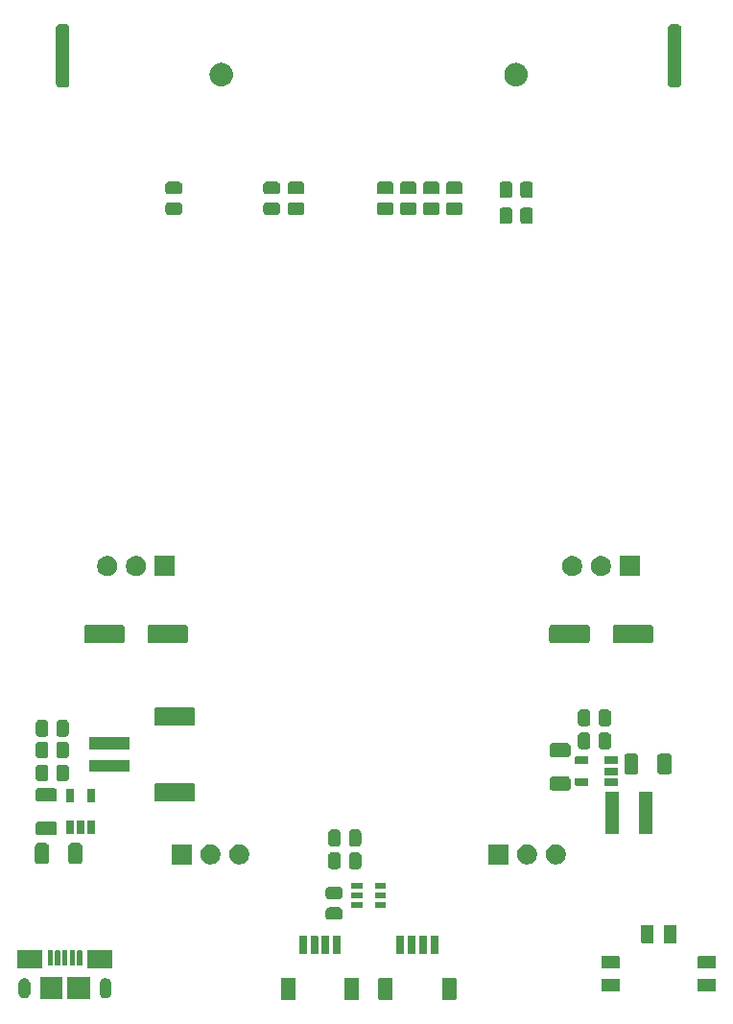
<source format=gbr>
%TF.GenerationSoftware,KiCad,Pcbnew,9.0.1-1.fc42*%
%TF.CreationDate,2025-04-23T08:50:20-04:00*%
%TF.ProjectId,roversa2,726f7665-7273-4613-922e-6b696361645f,rev?*%
%TF.SameCoordinates,Original*%
%TF.FileFunction,Soldermask,Bot*%
%TF.FilePolarity,Negative*%
%FSLAX46Y46*%
G04 Gerber Fmt 4.6, Leading zero omitted, Abs format (unit mm)*
G04 Created by KiCad (PCBNEW 9.0.1-1.fc42) date 2025-04-23 08:50:20*
%MOMM*%
%LPD*%
G01*
G04 APERTURE LIST*
G04 APERTURE END LIST*
G36*
X93387342Y-146908893D02*
G01*
X93399670Y-146917130D01*
X93407907Y-146929458D01*
X93410800Y-146944000D01*
X93410800Y-148744000D01*
X93407907Y-148758542D01*
X93399670Y-148770870D01*
X93387342Y-148779107D01*
X93372800Y-148782000D01*
X92172800Y-148782000D01*
X92158258Y-148779107D01*
X92145930Y-148770870D01*
X92137693Y-148758542D01*
X92134800Y-148744000D01*
X92134800Y-146944000D01*
X92137693Y-146929458D01*
X92145930Y-146917130D01*
X92158258Y-146908893D01*
X92172800Y-146906000D01*
X93372800Y-146906000D01*
X93387342Y-146908893D01*
G37*
G36*
X98987342Y-146908893D02*
G01*
X98999670Y-146917130D01*
X99007907Y-146929458D01*
X99010800Y-146944000D01*
X99010800Y-148744000D01*
X99007907Y-148758542D01*
X98999670Y-148770870D01*
X98987342Y-148779107D01*
X98972800Y-148782000D01*
X97772800Y-148782000D01*
X97758258Y-148779107D01*
X97745930Y-148770870D01*
X97737693Y-148758542D01*
X97734800Y-148744000D01*
X97734800Y-146944000D01*
X97737693Y-146929458D01*
X97745930Y-146917130D01*
X97758258Y-146908893D01*
X97772800Y-146906000D01*
X98972800Y-146906000D01*
X98987342Y-146908893D01*
G37*
G36*
X101987342Y-146908893D02*
G01*
X101999670Y-146917130D01*
X102007907Y-146929458D01*
X102010800Y-146944000D01*
X102010800Y-148744000D01*
X102007907Y-148758542D01*
X101999670Y-148770870D01*
X101987342Y-148779107D01*
X101972800Y-148782000D01*
X100772800Y-148782000D01*
X100758258Y-148779107D01*
X100745930Y-148770870D01*
X100737693Y-148758542D01*
X100734800Y-148744000D01*
X100734800Y-146944000D01*
X100737693Y-146929458D01*
X100745930Y-146917130D01*
X100758258Y-146908893D01*
X100772800Y-146906000D01*
X101972800Y-146906000D01*
X101987342Y-146908893D01*
G37*
G36*
X107587342Y-146908893D02*
G01*
X107599670Y-146917130D01*
X107607907Y-146929458D01*
X107610800Y-146944000D01*
X107610800Y-148744000D01*
X107607907Y-148758542D01*
X107599670Y-148770870D01*
X107587342Y-148779107D01*
X107572800Y-148782000D01*
X106372800Y-148782000D01*
X106358258Y-148779107D01*
X106345930Y-148770870D01*
X106337693Y-148758542D01*
X106334800Y-148744000D01*
X106334800Y-146944000D01*
X106337693Y-146929458D01*
X106345930Y-146917130D01*
X106358258Y-146908893D01*
X106372800Y-146906000D01*
X107572800Y-146906000D01*
X107587342Y-146908893D01*
G37*
G36*
X72837342Y-146786793D02*
G01*
X72849670Y-146795030D01*
X72857907Y-146807358D01*
X72860800Y-146821900D01*
X72860800Y-148721900D01*
X72857907Y-148736442D01*
X72849670Y-148748770D01*
X72837342Y-148757007D01*
X72822800Y-148759900D01*
X70922800Y-148759900D01*
X70908258Y-148757007D01*
X70895930Y-148748770D01*
X70887693Y-148736442D01*
X70884800Y-148721900D01*
X70884800Y-146821900D01*
X70887693Y-146807358D01*
X70895930Y-146795030D01*
X70908258Y-146786793D01*
X70922800Y-146783900D01*
X72822800Y-146783900D01*
X72837342Y-146786793D01*
G37*
G36*
X75237342Y-146786793D02*
G01*
X75249670Y-146795030D01*
X75257907Y-146807358D01*
X75260800Y-146821900D01*
X75260800Y-148721900D01*
X75257907Y-148736442D01*
X75249670Y-148748770D01*
X75237342Y-148757007D01*
X75222800Y-148759900D01*
X73322800Y-148759900D01*
X73308258Y-148757007D01*
X73295930Y-148748770D01*
X73287693Y-148736442D01*
X73284800Y-148721900D01*
X73284800Y-146821900D01*
X73287693Y-146807358D01*
X73295930Y-146795030D01*
X73308258Y-146786793D01*
X73322800Y-146783900D01*
X75222800Y-146783900D01*
X75237342Y-146786793D01*
G37*
G36*
X69703684Y-146924853D02*
G01*
X69825314Y-146995076D01*
X69924624Y-147094386D01*
X69994847Y-147216016D01*
X70031197Y-147351677D01*
X70035800Y-147421900D01*
X70035800Y-148121900D01*
X70031197Y-148192123D01*
X69994847Y-148327784D01*
X69924624Y-148449414D01*
X69825314Y-148548724D01*
X69703684Y-148618947D01*
X69568023Y-148655297D01*
X69427577Y-148655297D01*
X69291916Y-148618947D01*
X69170286Y-148548724D01*
X69070976Y-148449414D01*
X69000753Y-148327784D01*
X68964403Y-148192123D01*
X68959800Y-148121900D01*
X68959800Y-147421900D01*
X68964403Y-147351677D01*
X69000753Y-147216016D01*
X69070976Y-147094386D01*
X69170286Y-146995076D01*
X69291916Y-146924853D01*
X69427577Y-146888503D01*
X69568023Y-146888503D01*
X69703684Y-146924853D01*
G37*
G36*
X76853684Y-146924853D02*
G01*
X76975314Y-146995076D01*
X77074624Y-147094386D01*
X77144847Y-147216016D01*
X77181197Y-147351677D01*
X77185800Y-147421900D01*
X77185800Y-148121900D01*
X77181197Y-148192123D01*
X77144847Y-148327784D01*
X77074624Y-148449414D01*
X76975314Y-148548724D01*
X76853684Y-148618947D01*
X76718023Y-148655297D01*
X76577577Y-148655297D01*
X76441916Y-148618947D01*
X76320286Y-148548724D01*
X76220976Y-148449414D01*
X76150753Y-148327784D01*
X76114403Y-148192123D01*
X76109800Y-148121900D01*
X76109800Y-147421900D01*
X76114403Y-147351677D01*
X76150753Y-147216016D01*
X76220976Y-147094386D01*
X76320286Y-146995076D01*
X76441916Y-146924853D01*
X76577577Y-146888503D01*
X76718023Y-146888503D01*
X76853684Y-146924853D01*
G37*
G36*
X121987342Y-146964893D02*
G01*
X121999670Y-146973130D01*
X122007907Y-146985458D01*
X122010800Y-147000000D01*
X122010800Y-148000000D01*
X122007907Y-148014542D01*
X121999670Y-148026870D01*
X121987342Y-148035107D01*
X121972800Y-148038000D01*
X120472800Y-148038000D01*
X120458258Y-148035107D01*
X120445930Y-148026870D01*
X120437693Y-148014542D01*
X120434800Y-148000000D01*
X120434800Y-147000000D01*
X120437693Y-146985458D01*
X120445930Y-146973130D01*
X120458258Y-146964893D01*
X120472800Y-146962000D01*
X121972800Y-146962000D01*
X121987342Y-146964893D01*
G37*
G36*
X130487342Y-146964893D02*
G01*
X130499670Y-146973130D01*
X130507907Y-146985458D01*
X130510800Y-147000000D01*
X130510800Y-148000000D01*
X130507907Y-148014542D01*
X130499670Y-148026870D01*
X130487342Y-148035107D01*
X130472800Y-148038000D01*
X128972800Y-148038000D01*
X128958258Y-148035107D01*
X128945930Y-148026870D01*
X128937693Y-148014542D01*
X128934800Y-148000000D01*
X128934800Y-147000000D01*
X128937693Y-146985458D01*
X128945930Y-146973130D01*
X128958258Y-146964893D01*
X128972800Y-146962000D01*
X130472800Y-146962000D01*
X130487342Y-146964893D01*
G37*
G36*
X71037342Y-144386793D02*
G01*
X71049670Y-144395030D01*
X71057907Y-144407358D01*
X71060800Y-144421900D01*
X71060800Y-146021900D01*
X71057907Y-146036442D01*
X71049670Y-146048770D01*
X71037342Y-146057007D01*
X71022800Y-146059900D01*
X68922800Y-146059900D01*
X68908258Y-146057007D01*
X68895930Y-146048770D01*
X68887693Y-146036442D01*
X68884800Y-146021900D01*
X68884800Y-144421900D01*
X68887693Y-144407358D01*
X68895930Y-144395030D01*
X68908258Y-144386793D01*
X68922800Y-144383900D01*
X71022800Y-144383900D01*
X71037342Y-144386793D01*
G37*
G36*
X77237342Y-144386793D02*
G01*
X77249670Y-144395030D01*
X77257907Y-144407358D01*
X77260800Y-144421900D01*
X77260800Y-146021900D01*
X77257907Y-146036442D01*
X77249670Y-146048770D01*
X77237342Y-146057007D01*
X77222800Y-146059900D01*
X75122800Y-146059900D01*
X75108258Y-146057007D01*
X75095930Y-146048770D01*
X75087693Y-146036442D01*
X75084800Y-146021900D01*
X75084800Y-144421900D01*
X75087693Y-144407358D01*
X75095930Y-144395030D01*
X75108258Y-144386793D01*
X75122800Y-144383900D01*
X77222800Y-144383900D01*
X77237342Y-144386793D01*
G37*
G36*
X121987342Y-144964893D02*
G01*
X121999670Y-144973130D01*
X122007907Y-144985458D01*
X122010800Y-145000000D01*
X122010800Y-146000000D01*
X122007907Y-146014542D01*
X121999670Y-146026870D01*
X121987342Y-146035107D01*
X121972800Y-146038000D01*
X120472800Y-146038000D01*
X120458258Y-146035107D01*
X120445930Y-146026870D01*
X120437693Y-146014542D01*
X120434800Y-146000000D01*
X120434800Y-145000000D01*
X120437693Y-144985458D01*
X120445930Y-144973130D01*
X120458258Y-144964893D01*
X120472800Y-144962000D01*
X121972800Y-144962000D01*
X121987342Y-144964893D01*
G37*
G36*
X130487342Y-144964893D02*
G01*
X130499670Y-144973130D01*
X130507907Y-144985458D01*
X130510800Y-145000000D01*
X130510800Y-146000000D01*
X130507907Y-146014542D01*
X130499670Y-146026870D01*
X130487342Y-146035107D01*
X130472800Y-146038000D01*
X128972800Y-146038000D01*
X128958258Y-146035107D01*
X128945930Y-146026870D01*
X128937693Y-146014542D01*
X128934800Y-146000000D01*
X128934800Y-145000000D01*
X128937693Y-144985458D01*
X128945930Y-144973130D01*
X128958258Y-144964893D01*
X128972800Y-144962000D01*
X130472800Y-144962000D01*
X130487342Y-144964893D01*
G37*
G36*
X71925610Y-144394405D02*
G01*
X71970381Y-144424319D01*
X72000295Y-144469090D01*
X72010800Y-144521900D01*
X72010800Y-145671900D01*
X72000295Y-145724710D01*
X71970381Y-145769481D01*
X71925610Y-145799395D01*
X71872800Y-145809900D01*
X71672800Y-145809900D01*
X71619990Y-145799395D01*
X71575219Y-145769481D01*
X71545305Y-145724710D01*
X71534800Y-145671900D01*
X71534800Y-144521900D01*
X71545305Y-144469090D01*
X71575219Y-144424319D01*
X71619990Y-144394405D01*
X71672800Y-144383900D01*
X71872800Y-144383900D01*
X71925610Y-144394405D01*
G37*
G36*
X72575610Y-144394405D02*
G01*
X72620381Y-144424319D01*
X72650295Y-144469090D01*
X72660800Y-144521900D01*
X72660800Y-145671900D01*
X72650295Y-145724710D01*
X72620381Y-145769481D01*
X72575610Y-145799395D01*
X72522800Y-145809900D01*
X72322800Y-145809900D01*
X72269990Y-145799395D01*
X72225219Y-145769481D01*
X72195305Y-145724710D01*
X72184800Y-145671900D01*
X72184800Y-144521900D01*
X72195305Y-144469090D01*
X72225219Y-144424319D01*
X72269990Y-144394405D01*
X72322800Y-144383900D01*
X72522800Y-144383900D01*
X72575610Y-144394405D01*
G37*
G36*
X73225610Y-144394405D02*
G01*
X73270381Y-144424319D01*
X73300295Y-144469090D01*
X73310800Y-144521900D01*
X73310800Y-145671900D01*
X73300295Y-145724710D01*
X73270381Y-145769481D01*
X73225610Y-145799395D01*
X73172800Y-145809900D01*
X72972800Y-145809900D01*
X72919990Y-145799395D01*
X72875219Y-145769481D01*
X72845305Y-145724710D01*
X72834800Y-145671900D01*
X72834800Y-144521900D01*
X72845305Y-144469090D01*
X72875219Y-144424319D01*
X72919990Y-144394405D01*
X72972800Y-144383900D01*
X73172800Y-144383900D01*
X73225610Y-144394405D01*
G37*
G36*
X73875610Y-144394405D02*
G01*
X73920381Y-144424319D01*
X73950295Y-144469090D01*
X73960800Y-144521900D01*
X73960800Y-145671900D01*
X73950295Y-145724710D01*
X73920381Y-145769481D01*
X73875610Y-145799395D01*
X73822800Y-145809900D01*
X73622800Y-145809900D01*
X73569990Y-145799395D01*
X73525219Y-145769481D01*
X73495305Y-145724710D01*
X73484800Y-145671900D01*
X73484800Y-144521900D01*
X73495305Y-144469090D01*
X73525219Y-144424319D01*
X73569990Y-144394405D01*
X73622800Y-144383900D01*
X73822800Y-144383900D01*
X73875610Y-144394405D01*
G37*
G36*
X74525610Y-144394405D02*
G01*
X74570381Y-144424319D01*
X74600295Y-144469090D01*
X74610800Y-144521900D01*
X74610800Y-145671900D01*
X74600295Y-145724710D01*
X74570381Y-145769481D01*
X74525610Y-145799395D01*
X74472800Y-145809900D01*
X74272800Y-145809900D01*
X74219990Y-145799395D01*
X74175219Y-145769481D01*
X74145305Y-145724710D01*
X74134800Y-145671900D01*
X74134800Y-144521900D01*
X74145305Y-144469090D01*
X74175219Y-144424319D01*
X74219990Y-144394405D01*
X74272800Y-144383900D01*
X74472800Y-144383900D01*
X74525610Y-144394405D01*
G37*
G36*
X94387342Y-143158893D02*
G01*
X94399670Y-143167130D01*
X94407907Y-143179458D01*
X94410800Y-143194000D01*
X94410800Y-144744000D01*
X94407907Y-144758542D01*
X94399670Y-144770870D01*
X94387342Y-144779107D01*
X94372800Y-144782000D01*
X93772800Y-144782000D01*
X93758258Y-144779107D01*
X93745930Y-144770870D01*
X93737693Y-144758542D01*
X93734800Y-144744000D01*
X93734800Y-143194000D01*
X93737693Y-143179458D01*
X93745930Y-143167130D01*
X93758258Y-143158893D01*
X93772800Y-143156000D01*
X94372800Y-143156000D01*
X94387342Y-143158893D01*
G37*
G36*
X95387342Y-143158893D02*
G01*
X95399670Y-143167130D01*
X95407907Y-143179458D01*
X95410800Y-143194000D01*
X95410800Y-144744000D01*
X95407907Y-144758542D01*
X95399670Y-144770870D01*
X95387342Y-144779107D01*
X95372800Y-144782000D01*
X94772800Y-144782000D01*
X94758258Y-144779107D01*
X94745930Y-144770870D01*
X94737693Y-144758542D01*
X94734800Y-144744000D01*
X94734800Y-143194000D01*
X94737693Y-143179458D01*
X94745930Y-143167130D01*
X94758258Y-143158893D01*
X94772800Y-143156000D01*
X95372800Y-143156000D01*
X95387342Y-143158893D01*
G37*
G36*
X96387342Y-143158893D02*
G01*
X96399670Y-143167130D01*
X96407907Y-143179458D01*
X96410800Y-143194000D01*
X96410800Y-144744000D01*
X96407907Y-144758542D01*
X96399670Y-144770870D01*
X96387342Y-144779107D01*
X96372800Y-144782000D01*
X95772800Y-144782000D01*
X95758258Y-144779107D01*
X95745930Y-144770870D01*
X95737693Y-144758542D01*
X95734800Y-144744000D01*
X95734800Y-143194000D01*
X95737693Y-143179458D01*
X95745930Y-143167130D01*
X95758258Y-143158893D01*
X95772800Y-143156000D01*
X96372800Y-143156000D01*
X96387342Y-143158893D01*
G37*
G36*
X97387342Y-143158893D02*
G01*
X97399670Y-143167130D01*
X97407907Y-143179458D01*
X97410800Y-143194000D01*
X97410800Y-144744000D01*
X97407907Y-144758542D01*
X97399670Y-144770870D01*
X97387342Y-144779107D01*
X97372800Y-144782000D01*
X96772800Y-144782000D01*
X96758258Y-144779107D01*
X96745930Y-144770870D01*
X96737693Y-144758542D01*
X96734800Y-144744000D01*
X96734800Y-143194000D01*
X96737693Y-143179458D01*
X96745930Y-143167130D01*
X96758258Y-143158893D01*
X96772800Y-143156000D01*
X97372800Y-143156000D01*
X97387342Y-143158893D01*
G37*
G36*
X102987342Y-143158893D02*
G01*
X102999670Y-143167130D01*
X103007907Y-143179458D01*
X103010800Y-143194000D01*
X103010800Y-144744000D01*
X103007907Y-144758542D01*
X102999670Y-144770870D01*
X102987342Y-144779107D01*
X102972800Y-144782000D01*
X102372800Y-144782000D01*
X102358258Y-144779107D01*
X102345930Y-144770870D01*
X102337693Y-144758542D01*
X102334800Y-144744000D01*
X102334800Y-143194000D01*
X102337693Y-143179458D01*
X102345930Y-143167130D01*
X102358258Y-143158893D01*
X102372800Y-143156000D01*
X102972800Y-143156000D01*
X102987342Y-143158893D01*
G37*
G36*
X103987342Y-143158893D02*
G01*
X103999670Y-143167130D01*
X104007907Y-143179458D01*
X104010800Y-143194000D01*
X104010800Y-144744000D01*
X104007907Y-144758542D01*
X103999670Y-144770870D01*
X103987342Y-144779107D01*
X103972800Y-144782000D01*
X103372800Y-144782000D01*
X103358258Y-144779107D01*
X103345930Y-144770870D01*
X103337693Y-144758542D01*
X103334800Y-144744000D01*
X103334800Y-143194000D01*
X103337693Y-143179458D01*
X103345930Y-143167130D01*
X103358258Y-143158893D01*
X103372800Y-143156000D01*
X103972800Y-143156000D01*
X103987342Y-143158893D01*
G37*
G36*
X104987342Y-143158893D02*
G01*
X104999670Y-143167130D01*
X105007907Y-143179458D01*
X105010800Y-143194000D01*
X105010800Y-144744000D01*
X105007907Y-144758542D01*
X104999670Y-144770870D01*
X104987342Y-144779107D01*
X104972800Y-144782000D01*
X104372800Y-144782000D01*
X104358258Y-144779107D01*
X104345930Y-144770870D01*
X104337693Y-144758542D01*
X104334800Y-144744000D01*
X104334800Y-143194000D01*
X104337693Y-143179458D01*
X104345930Y-143167130D01*
X104358258Y-143158893D01*
X104372800Y-143156000D01*
X104972800Y-143156000D01*
X104987342Y-143158893D01*
G37*
G36*
X105987342Y-143158893D02*
G01*
X105999670Y-143167130D01*
X106007907Y-143179458D01*
X106010800Y-143194000D01*
X106010800Y-144744000D01*
X106007907Y-144758542D01*
X105999670Y-144770870D01*
X105987342Y-144779107D01*
X105972800Y-144782000D01*
X105372800Y-144782000D01*
X105358258Y-144779107D01*
X105345930Y-144770870D01*
X105337693Y-144758542D01*
X105334800Y-144744000D01*
X105334800Y-143194000D01*
X105337693Y-143179458D01*
X105345930Y-143167130D01*
X105358258Y-143158893D01*
X105372800Y-143156000D01*
X105972800Y-143156000D01*
X105987342Y-143158893D01*
G37*
G36*
X124987342Y-142214893D02*
G01*
X124999670Y-142223130D01*
X125007907Y-142235458D01*
X125010800Y-142250000D01*
X125010800Y-143750000D01*
X125007907Y-143764542D01*
X124999670Y-143776870D01*
X124987342Y-143785107D01*
X124972800Y-143788000D01*
X123972800Y-143788000D01*
X123958258Y-143785107D01*
X123945930Y-143776870D01*
X123937693Y-143764542D01*
X123934800Y-143750000D01*
X123934800Y-142250000D01*
X123937693Y-142235458D01*
X123945930Y-142223130D01*
X123958258Y-142214893D01*
X123972800Y-142212000D01*
X124972800Y-142212000D01*
X124987342Y-142214893D01*
G37*
G36*
X126987342Y-142214893D02*
G01*
X126999670Y-142223130D01*
X127007907Y-142235458D01*
X127010800Y-142250000D01*
X127010800Y-143750000D01*
X127007907Y-143764542D01*
X126999670Y-143776870D01*
X126987342Y-143785107D01*
X126972800Y-143788000D01*
X125972800Y-143788000D01*
X125958258Y-143785107D01*
X125945930Y-143776870D01*
X125937693Y-143764542D01*
X125934800Y-143750000D01*
X125934800Y-142250000D01*
X125937693Y-142235458D01*
X125945930Y-142223130D01*
X125958258Y-142214893D01*
X125972800Y-142212000D01*
X126972800Y-142212000D01*
X126987342Y-142214893D01*
G37*
G36*
X97340738Y-140652850D02*
G01*
X97345453Y-140654932D01*
X97348126Y-140655284D01*
X97381570Y-140670879D01*
X97437559Y-140695601D01*
X97512399Y-140770441D01*
X97537130Y-140826451D01*
X97552715Y-140859873D01*
X97553066Y-140862543D01*
X97555150Y-140867262D01*
X97562800Y-140933200D01*
X97562800Y-141458200D01*
X97555150Y-141524138D01*
X97553066Y-141528856D01*
X97552715Y-141531526D01*
X97537138Y-141564930D01*
X97512399Y-141620959D01*
X97437559Y-141695799D01*
X97381530Y-141720538D01*
X97348126Y-141736115D01*
X97345456Y-141736466D01*
X97340738Y-141738550D01*
X97274800Y-141746200D01*
X96374800Y-141746200D01*
X96308862Y-141738550D01*
X96304143Y-141736466D01*
X96301473Y-141736115D01*
X96268051Y-141720530D01*
X96212041Y-141695799D01*
X96137201Y-141620959D01*
X96112479Y-141564970D01*
X96096884Y-141531526D01*
X96096532Y-141528853D01*
X96094450Y-141524138D01*
X96086800Y-141458200D01*
X96086800Y-140933200D01*
X96094450Y-140867262D01*
X96096532Y-140862546D01*
X96096884Y-140859873D01*
X96112487Y-140826410D01*
X96137201Y-140770441D01*
X96212041Y-140695601D01*
X96268010Y-140670887D01*
X96301473Y-140655284D01*
X96304146Y-140654932D01*
X96308862Y-140652850D01*
X96374800Y-140645200D01*
X97274800Y-140645200D01*
X97340738Y-140652850D01*
G37*
G36*
X99287342Y-140172693D02*
G01*
X99299670Y-140180930D01*
X99307907Y-140193258D01*
X99310800Y-140207800D01*
X99310800Y-140657800D01*
X99307907Y-140672342D01*
X99299670Y-140684670D01*
X99287342Y-140692907D01*
X99272800Y-140695800D01*
X98372800Y-140695800D01*
X98358258Y-140692907D01*
X98345930Y-140684670D01*
X98337693Y-140672342D01*
X98334800Y-140657800D01*
X98334800Y-140207800D01*
X98337693Y-140193258D01*
X98345930Y-140180930D01*
X98358258Y-140172693D01*
X98372800Y-140169800D01*
X99272800Y-140169800D01*
X99287342Y-140172693D01*
G37*
G36*
X101387342Y-140172693D02*
G01*
X101399670Y-140180930D01*
X101407907Y-140193258D01*
X101410800Y-140207800D01*
X101410800Y-140657800D01*
X101407907Y-140672342D01*
X101399670Y-140684670D01*
X101387342Y-140692907D01*
X101372800Y-140695800D01*
X100472800Y-140695800D01*
X100458258Y-140692907D01*
X100445930Y-140684670D01*
X100437693Y-140672342D01*
X100434800Y-140657800D01*
X100434800Y-140207800D01*
X100437693Y-140193258D01*
X100445930Y-140180930D01*
X100458258Y-140172693D01*
X100472800Y-140169800D01*
X101372800Y-140169800D01*
X101387342Y-140172693D01*
G37*
G36*
X97340738Y-138827850D02*
G01*
X97345453Y-138829932D01*
X97348126Y-138830284D01*
X97381570Y-138845879D01*
X97437559Y-138870601D01*
X97512399Y-138945441D01*
X97537130Y-139001451D01*
X97552715Y-139034873D01*
X97553066Y-139037543D01*
X97555150Y-139042262D01*
X97562800Y-139108200D01*
X97562800Y-139633200D01*
X97555150Y-139699138D01*
X97553066Y-139703856D01*
X97552715Y-139706526D01*
X97537138Y-139739930D01*
X97512399Y-139795959D01*
X97437559Y-139870799D01*
X97381530Y-139895538D01*
X97348126Y-139911115D01*
X97345456Y-139911466D01*
X97340738Y-139913550D01*
X97274800Y-139921200D01*
X96374800Y-139921200D01*
X96308862Y-139913550D01*
X96304143Y-139911466D01*
X96301473Y-139911115D01*
X96268051Y-139895530D01*
X96212041Y-139870799D01*
X96137201Y-139795959D01*
X96112479Y-139739970D01*
X96096884Y-139706526D01*
X96096532Y-139703853D01*
X96094450Y-139699138D01*
X96086800Y-139633200D01*
X96086800Y-139108200D01*
X96094450Y-139042262D01*
X96096532Y-139037546D01*
X96096884Y-139034873D01*
X96112487Y-139001410D01*
X96137201Y-138945441D01*
X96212041Y-138870601D01*
X96268010Y-138845887D01*
X96301473Y-138830284D01*
X96304146Y-138829932D01*
X96308862Y-138827850D01*
X96374800Y-138820200D01*
X97274800Y-138820200D01*
X97340738Y-138827850D01*
G37*
G36*
X99287342Y-139322693D02*
G01*
X99299670Y-139330930D01*
X99307907Y-139343258D01*
X99310800Y-139357800D01*
X99310800Y-139807800D01*
X99307907Y-139822342D01*
X99299670Y-139834670D01*
X99287342Y-139842907D01*
X99272800Y-139845800D01*
X98372800Y-139845800D01*
X98358258Y-139842907D01*
X98345930Y-139834670D01*
X98337693Y-139822342D01*
X98334800Y-139807800D01*
X98334800Y-139357800D01*
X98337693Y-139343258D01*
X98345930Y-139330930D01*
X98358258Y-139322693D01*
X98372800Y-139319800D01*
X99272800Y-139319800D01*
X99287342Y-139322693D01*
G37*
G36*
X101387342Y-139322693D02*
G01*
X101399670Y-139330930D01*
X101407907Y-139343258D01*
X101410800Y-139357800D01*
X101410800Y-139807800D01*
X101407907Y-139822342D01*
X101399670Y-139834670D01*
X101387342Y-139842907D01*
X101372800Y-139845800D01*
X100472800Y-139845800D01*
X100458258Y-139842907D01*
X100445930Y-139834670D01*
X100437693Y-139822342D01*
X100434800Y-139807800D01*
X100434800Y-139357800D01*
X100437693Y-139343258D01*
X100445930Y-139330930D01*
X100458258Y-139322693D01*
X100472800Y-139319800D01*
X101372800Y-139319800D01*
X101387342Y-139322693D01*
G37*
G36*
X99287342Y-138472693D02*
G01*
X99299670Y-138480930D01*
X99307907Y-138493258D01*
X99310800Y-138507800D01*
X99310800Y-138957800D01*
X99307907Y-138972342D01*
X99299670Y-138984670D01*
X99287342Y-138992907D01*
X99272800Y-138995800D01*
X98372800Y-138995800D01*
X98358258Y-138992907D01*
X98345930Y-138984670D01*
X98337693Y-138972342D01*
X98334800Y-138957800D01*
X98334800Y-138507800D01*
X98337693Y-138493258D01*
X98345930Y-138480930D01*
X98358258Y-138472693D01*
X98372800Y-138469800D01*
X99272800Y-138469800D01*
X99287342Y-138472693D01*
G37*
G36*
X101387342Y-138472693D02*
G01*
X101399670Y-138480930D01*
X101407907Y-138493258D01*
X101410800Y-138507800D01*
X101410800Y-138957800D01*
X101407907Y-138972342D01*
X101399670Y-138984670D01*
X101387342Y-138992907D01*
X101372800Y-138995800D01*
X100472800Y-138995800D01*
X100458258Y-138992907D01*
X100445930Y-138984670D01*
X100437693Y-138972342D01*
X100434800Y-138957800D01*
X100434800Y-138507800D01*
X100437693Y-138493258D01*
X100445930Y-138480930D01*
X100458258Y-138472693D01*
X100472800Y-138469800D01*
X101372800Y-138469800D01*
X101387342Y-138472693D01*
G37*
G36*
X97180538Y-135793650D02*
G01*
X97185253Y-135795732D01*
X97187926Y-135796084D01*
X97221370Y-135811679D01*
X97277359Y-135836401D01*
X97352199Y-135911241D01*
X97376930Y-135967251D01*
X97392515Y-136000673D01*
X97392866Y-136003343D01*
X97394950Y-136008062D01*
X97402600Y-136074000D01*
X97402600Y-136974000D01*
X97394950Y-137039938D01*
X97392866Y-137044656D01*
X97392515Y-137047326D01*
X97376938Y-137080730D01*
X97352199Y-137136759D01*
X97277359Y-137211599D01*
X97221330Y-137236338D01*
X97187926Y-137251915D01*
X97185256Y-137252266D01*
X97180538Y-137254350D01*
X97114600Y-137262000D01*
X96589600Y-137262000D01*
X96523662Y-137254350D01*
X96518943Y-137252266D01*
X96516273Y-137251915D01*
X96482851Y-137236330D01*
X96426841Y-137211599D01*
X96352001Y-137136759D01*
X96327279Y-137080770D01*
X96311684Y-137047326D01*
X96311332Y-137044653D01*
X96309250Y-137039938D01*
X96301600Y-136974000D01*
X96301600Y-136074000D01*
X96309250Y-136008062D01*
X96311332Y-136003346D01*
X96311684Y-136000673D01*
X96327287Y-135967210D01*
X96352001Y-135911241D01*
X96426841Y-135836401D01*
X96482810Y-135811687D01*
X96516273Y-135796084D01*
X96518946Y-135795732D01*
X96523662Y-135793650D01*
X96589600Y-135786000D01*
X97114600Y-135786000D01*
X97180538Y-135793650D01*
G37*
G36*
X99005538Y-135793650D02*
G01*
X99010253Y-135795732D01*
X99012926Y-135796084D01*
X99046370Y-135811679D01*
X99102359Y-135836401D01*
X99177199Y-135911241D01*
X99201930Y-135967251D01*
X99217515Y-136000673D01*
X99217866Y-136003343D01*
X99219950Y-136008062D01*
X99227600Y-136074000D01*
X99227600Y-136974000D01*
X99219950Y-137039938D01*
X99217866Y-137044656D01*
X99217515Y-137047326D01*
X99201938Y-137080730D01*
X99177199Y-137136759D01*
X99102359Y-137211599D01*
X99046330Y-137236338D01*
X99012926Y-137251915D01*
X99010256Y-137252266D01*
X99005538Y-137254350D01*
X98939600Y-137262000D01*
X98414600Y-137262000D01*
X98348662Y-137254350D01*
X98343943Y-137252266D01*
X98341273Y-137251915D01*
X98307851Y-137236330D01*
X98251841Y-137211599D01*
X98177001Y-137136759D01*
X98152279Y-137080770D01*
X98136684Y-137047326D01*
X98136332Y-137044653D01*
X98134250Y-137039938D01*
X98126600Y-136974000D01*
X98126600Y-136074000D01*
X98134250Y-136008062D01*
X98136332Y-136003346D01*
X98136684Y-136000673D01*
X98152287Y-135967210D01*
X98177001Y-135911241D01*
X98251841Y-135836401D01*
X98307810Y-135811687D01*
X98341273Y-135796084D01*
X98343946Y-135795732D01*
X98348662Y-135793650D01*
X98414600Y-135786000D01*
X98939600Y-135786000D01*
X99005538Y-135793650D01*
G37*
G36*
X84237342Y-135086793D02*
G01*
X84249670Y-135095030D01*
X84257907Y-135107358D01*
X84260800Y-135121900D01*
X84260800Y-136821900D01*
X84257907Y-136836442D01*
X84249670Y-136848770D01*
X84237342Y-136857007D01*
X84222800Y-136859900D01*
X82522800Y-136859900D01*
X82508258Y-136857007D01*
X82495930Y-136848770D01*
X82487693Y-136836442D01*
X82484800Y-136821900D01*
X82484800Y-135121900D01*
X82487693Y-135107358D01*
X82495930Y-135095030D01*
X82508258Y-135086793D01*
X82522800Y-135083900D01*
X84222800Y-135083900D01*
X84237342Y-135086793D01*
G37*
G36*
X112187342Y-135086793D02*
G01*
X112199670Y-135095030D01*
X112207907Y-135107358D01*
X112210800Y-135121900D01*
X112210800Y-136821900D01*
X112207907Y-136836442D01*
X112199670Y-136848770D01*
X112187342Y-136857007D01*
X112172800Y-136859900D01*
X110472800Y-136859900D01*
X110458258Y-136857007D01*
X110445930Y-136848770D01*
X110437693Y-136836442D01*
X110434800Y-136821900D01*
X110434800Y-135121900D01*
X110437693Y-135107358D01*
X110445930Y-135095030D01*
X110458258Y-135086793D01*
X110472800Y-135083900D01*
X112172800Y-135083900D01*
X112187342Y-135086793D01*
G37*
G36*
X86170573Y-135122137D02*
G01*
X86331400Y-135188754D01*
X86476141Y-135285467D01*
X86599233Y-135408559D01*
X86695946Y-135553300D01*
X86762563Y-135714127D01*
X86796524Y-135884861D01*
X86796524Y-136058939D01*
X86762563Y-136229673D01*
X86695946Y-136390500D01*
X86599233Y-136535241D01*
X86476141Y-136658333D01*
X86331400Y-136755046D01*
X86170573Y-136821663D01*
X85999839Y-136855624D01*
X85825761Y-136855624D01*
X85655027Y-136821663D01*
X85494200Y-136755046D01*
X85349459Y-136658333D01*
X85226367Y-136535241D01*
X85129654Y-136390500D01*
X85063037Y-136229673D01*
X85029076Y-136058939D01*
X85029076Y-135884861D01*
X85063037Y-135714127D01*
X85129654Y-135553300D01*
X85226367Y-135408559D01*
X85349459Y-135285467D01*
X85494200Y-135188754D01*
X85655027Y-135122137D01*
X85825761Y-135088176D01*
X85999839Y-135088176D01*
X86170573Y-135122137D01*
G37*
G36*
X88710573Y-135122137D02*
G01*
X88871400Y-135188754D01*
X89016141Y-135285467D01*
X89139233Y-135408559D01*
X89235946Y-135553300D01*
X89302563Y-135714127D01*
X89336524Y-135884861D01*
X89336524Y-136058939D01*
X89302563Y-136229673D01*
X89235946Y-136390500D01*
X89139233Y-136535241D01*
X89016141Y-136658333D01*
X88871400Y-136755046D01*
X88710573Y-136821663D01*
X88539839Y-136855624D01*
X88365761Y-136855624D01*
X88195027Y-136821663D01*
X88034200Y-136755046D01*
X87889459Y-136658333D01*
X87766367Y-136535241D01*
X87669654Y-136390500D01*
X87603037Y-136229673D01*
X87569076Y-136058939D01*
X87569076Y-135884861D01*
X87603037Y-135714127D01*
X87669654Y-135553300D01*
X87766367Y-135408559D01*
X87889459Y-135285467D01*
X88034200Y-135188754D01*
X88195027Y-135122137D01*
X88365761Y-135088176D01*
X88539839Y-135088176D01*
X88710573Y-135122137D01*
G37*
G36*
X114120573Y-135122137D02*
G01*
X114281400Y-135188754D01*
X114426141Y-135285467D01*
X114549233Y-135408559D01*
X114645946Y-135553300D01*
X114712563Y-135714127D01*
X114746524Y-135884861D01*
X114746524Y-136058939D01*
X114712563Y-136229673D01*
X114645946Y-136390500D01*
X114549233Y-136535241D01*
X114426141Y-136658333D01*
X114281400Y-136755046D01*
X114120573Y-136821663D01*
X113949839Y-136855624D01*
X113775761Y-136855624D01*
X113605027Y-136821663D01*
X113444200Y-136755046D01*
X113299459Y-136658333D01*
X113176367Y-136535241D01*
X113079654Y-136390500D01*
X113013037Y-136229673D01*
X112979076Y-136058939D01*
X112979076Y-135884861D01*
X113013037Y-135714127D01*
X113079654Y-135553300D01*
X113176367Y-135408559D01*
X113299459Y-135285467D01*
X113444200Y-135188754D01*
X113605027Y-135122137D01*
X113775761Y-135088176D01*
X113949839Y-135088176D01*
X114120573Y-135122137D01*
G37*
G36*
X116660573Y-135122137D02*
G01*
X116821400Y-135188754D01*
X116966141Y-135285467D01*
X117089233Y-135408559D01*
X117185946Y-135553300D01*
X117252563Y-135714127D01*
X117286524Y-135884861D01*
X117286524Y-136058939D01*
X117252563Y-136229673D01*
X117185946Y-136390500D01*
X117089233Y-136535241D01*
X116966141Y-136658333D01*
X116821400Y-136755046D01*
X116660573Y-136821663D01*
X116489839Y-136855624D01*
X116315761Y-136855624D01*
X116145027Y-136821663D01*
X115984200Y-136755046D01*
X115839459Y-136658333D01*
X115716367Y-136535241D01*
X115619654Y-136390500D01*
X115553037Y-136229673D01*
X115519076Y-136058939D01*
X115519076Y-135884861D01*
X115553037Y-135714127D01*
X115619654Y-135553300D01*
X115716367Y-135408559D01*
X115839459Y-135285467D01*
X115984200Y-135188754D01*
X116145027Y-135122137D01*
X116315761Y-135088176D01*
X116489839Y-135088176D01*
X116660573Y-135122137D01*
G37*
G36*
X71432938Y-134959650D02*
G01*
X71437653Y-134961732D01*
X71440326Y-134962084D01*
X71473770Y-134977679D01*
X71529759Y-135002401D01*
X71604599Y-135077241D01*
X71629330Y-135133251D01*
X71644915Y-135166673D01*
X71645266Y-135169343D01*
X71647350Y-135174062D01*
X71655000Y-135240000D01*
X71655000Y-136540000D01*
X71647350Y-136605938D01*
X71645266Y-136610656D01*
X71644915Y-136613326D01*
X71629338Y-136646730D01*
X71604599Y-136702759D01*
X71529759Y-136777599D01*
X71473730Y-136802338D01*
X71440326Y-136817915D01*
X71437656Y-136818266D01*
X71432938Y-136820350D01*
X71367000Y-136828000D01*
X70717000Y-136828000D01*
X70651062Y-136820350D01*
X70646343Y-136818266D01*
X70643673Y-136817915D01*
X70610251Y-136802330D01*
X70554241Y-136777599D01*
X70479401Y-136702759D01*
X70454679Y-136646770D01*
X70439084Y-136613326D01*
X70438732Y-136610653D01*
X70436650Y-136605938D01*
X70429000Y-136540000D01*
X70429000Y-135240000D01*
X70436650Y-135174062D01*
X70438732Y-135169346D01*
X70439084Y-135166673D01*
X70454687Y-135133210D01*
X70479401Y-135077241D01*
X70554241Y-135002401D01*
X70610210Y-134977687D01*
X70643673Y-134962084D01*
X70646346Y-134961732D01*
X70651062Y-134959650D01*
X70717000Y-134952000D01*
X71367000Y-134952000D01*
X71432938Y-134959650D01*
G37*
G36*
X74382938Y-134959650D02*
G01*
X74387653Y-134961732D01*
X74390326Y-134962084D01*
X74423770Y-134977679D01*
X74479759Y-135002401D01*
X74554599Y-135077241D01*
X74579330Y-135133251D01*
X74594915Y-135166673D01*
X74595266Y-135169343D01*
X74597350Y-135174062D01*
X74605000Y-135240000D01*
X74605000Y-136540000D01*
X74597350Y-136605938D01*
X74595266Y-136610656D01*
X74594915Y-136613326D01*
X74579338Y-136646730D01*
X74554599Y-136702759D01*
X74479759Y-136777599D01*
X74423730Y-136802338D01*
X74390326Y-136817915D01*
X74387656Y-136818266D01*
X74382938Y-136820350D01*
X74317000Y-136828000D01*
X73667000Y-136828000D01*
X73601062Y-136820350D01*
X73596343Y-136818266D01*
X73593673Y-136817915D01*
X73560251Y-136802330D01*
X73504241Y-136777599D01*
X73429401Y-136702759D01*
X73404679Y-136646770D01*
X73389084Y-136613326D01*
X73388732Y-136610653D01*
X73386650Y-136605938D01*
X73379000Y-136540000D01*
X73379000Y-135240000D01*
X73386650Y-135174062D01*
X73388732Y-135169346D01*
X73389084Y-135166673D01*
X73404687Y-135133210D01*
X73429401Y-135077241D01*
X73504241Y-135002401D01*
X73560210Y-134977687D01*
X73593673Y-134962084D01*
X73596346Y-134961732D01*
X73601062Y-134959650D01*
X73667000Y-134952000D01*
X74317000Y-134952000D01*
X74382938Y-134959650D01*
G37*
G36*
X97180538Y-133787050D02*
G01*
X97185253Y-133789132D01*
X97187926Y-133789484D01*
X97221370Y-133805079D01*
X97277359Y-133829801D01*
X97352199Y-133904641D01*
X97376930Y-133960651D01*
X97392515Y-133994073D01*
X97392866Y-133996743D01*
X97394950Y-134001462D01*
X97402600Y-134067400D01*
X97402600Y-134967400D01*
X97394950Y-135033338D01*
X97392866Y-135038056D01*
X97392515Y-135040726D01*
X97376938Y-135074130D01*
X97352199Y-135130159D01*
X97277359Y-135204999D01*
X97221330Y-135229738D01*
X97187926Y-135245315D01*
X97185256Y-135245666D01*
X97180538Y-135247750D01*
X97114600Y-135255400D01*
X96589600Y-135255400D01*
X96523662Y-135247750D01*
X96518943Y-135245666D01*
X96516273Y-135245315D01*
X96482851Y-135229730D01*
X96426841Y-135204999D01*
X96352001Y-135130159D01*
X96327279Y-135074170D01*
X96311684Y-135040726D01*
X96311332Y-135038053D01*
X96309250Y-135033338D01*
X96301600Y-134967400D01*
X96301600Y-134067400D01*
X96309250Y-134001462D01*
X96311332Y-133996746D01*
X96311684Y-133994073D01*
X96327287Y-133960610D01*
X96352001Y-133904641D01*
X96426841Y-133829801D01*
X96482810Y-133805087D01*
X96516273Y-133789484D01*
X96518946Y-133789132D01*
X96523662Y-133787050D01*
X96589600Y-133779400D01*
X97114600Y-133779400D01*
X97180538Y-133787050D01*
G37*
G36*
X99005538Y-133787050D02*
G01*
X99010253Y-133789132D01*
X99012926Y-133789484D01*
X99046370Y-133805079D01*
X99102359Y-133829801D01*
X99177199Y-133904641D01*
X99201930Y-133960651D01*
X99217515Y-133994073D01*
X99217866Y-133996743D01*
X99219950Y-134001462D01*
X99227600Y-134067400D01*
X99227600Y-134967400D01*
X99219950Y-135033338D01*
X99217866Y-135038056D01*
X99217515Y-135040726D01*
X99201938Y-135074130D01*
X99177199Y-135130159D01*
X99102359Y-135204999D01*
X99046330Y-135229738D01*
X99012926Y-135245315D01*
X99010256Y-135245666D01*
X99005538Y-135247750D01*
X98939600Y-135255400D01*
X98414600Y-135255400D01*
X98348662Y-135247750D01*
X98343943Y-135245666D01*
X98341273Y-135245315D01*
X98307851Y-135229730D01*
X98251841Y-135204999D01*
X98177001Y-135130159D01*
X98152279Y-135074170D01*
X98136684Y-135040726D01*
X98136332Y-135038053D01*
X98134250Y-135033338D01*
X98126600Y-134967400D01*
X98126600Y-134067400D01*
X98134250Y-134001462D01*
X98136332Y-133996746D01*
X98136684Y-133994073D01*
X98152287Y-133960610D01*
X98177001Y-133904641D01*
X98251841Y-133829801D01*
X98307810Y-133805087D01*
X98341273Y-133789484D01*
X98343946Y-133789132D01*
X98348662Y-133787050D01*
X98414600Y-133779400D01*
X98939600Y-133779400D01*
X99005538Y-133787050D01*
G37*
G36*
X72141938Y-133062150D02*
G01*
X72146653Y-133064232D01*
X72149326Y-133064584D01*
X72182770Y-133080179D01*
X72238759Y-133104901D01*
X72313599Y-133179741D01*
X72338330Y-133235751D01*
X72353915Y-133269173D01*
X72354266Y-133271843D01*
X72356350Y-133276562D01*
X72364000Y-133342500D01*
X72364000Y-133992500D01*
X72356350Y-134058438D01*
X72354266Y-134063156D01*
X72353915Y-134065826D01*
X72338338Y-134099230D01*
X72313599Y-134155259D01*
X72238759Y-134230099D01*
X72182730Y-134254838D01*
X72149326Y-134270415D01*
X72146656Y-134270766D01*
X72141938Y-134272850D01*
X72076000Y-134280500D01*
X70776000Y-134280500D01*
X70710062Y-134272850D01*
X70705343Y-134270766D01*
X70702673Y-134270415D01*
X70669251Y-134254830D01*
X70613241Y-134230099D01*
X70538401Y-134155259D01*
X70513679Y-134099270D01*
X70498084Y-134065826D01*
X70497732Y-134063153D01*
X70495650Y-134058438D01*
X70488000Y-133992500D01*
X70488000Y-133342500D01*
X70495650Y-133276562D01*
X70497732Y-133271846D01*
X70498084Y-133269173D01*
X70513687Y-133235710D01*
X70538401Y-133179741D01*
X70613241Y-133104901D01*
X70669210Y-133080187D01*
X70702673Y-133064584D01*
X70705346Y-133064232D01*
X70710062Y-133062150D01*
X70776000Y-133054500D01*
X72076000Y-133054500D01*
X72141938Y-133062150D01*
G37*
G36*
X121922942Y-130423493D02*
G01*
X121935270Y-130431730D01*
X121943507Y-130444058D01*
X121946400Y-130458600D01*
X121946400Y-134158600D01*
X121943507Y-134173142D01*
X121935270Y-134185470D01*
X121922942Y-134193707D01*
X121908400Y-134196600D01*
X120808400Y-134196600D01*
X120793858Y-134193707D01*
X120781530Y-134185470D01*
X120773293Y-134173142D01*
X120770400Y-134158600D01*
X120770400Y-130458600D01*
X120773293Y-130444058D01*
X120781530Y-130431730D01*
X120793858Y-130423493D01*
X120808400Y-130420600D01*
X121908400Y-130420600D01*
X121922942Y-130423493D01*
G37*
G36*
X124922942Y-130423493D02*
G01*
X124935270Y-130431730D01*
X124943507Y-130444058D01*
X124946400Y-130458600D01*
X124946400Y-134158600D01*
X124943507Y-134173142D01*
X124935270Y-134185470D01*
X124922942Y-134193707D01*
X124908400Y-134196600D01*
X123808400Y-134196600D01*
X123793858Y-134193707D01*
X123781530Y-134185470D01*
X123773293Y-134173142D01*
X123770400Y-134158600D01*
X123770400Y-130458600D01*
X123773293Y-130444058D01*
X123781530Y-130431730D01*
X123793858Y-130423493D01*
X123808400Y-130420600D01*
X124908400Y-130420600D01*
X124922942Y-130423493D01*
G37*
G36*
X73806542Y-133001893D02*
G01*
X73818870Y-133010130D01*
X73827107Y-133022458D01*
X73830000Y-133037000D01*
X73830000Y-134137000D01*
X73827107Y-134151542D01*
X73818870Y-134163870D01*
X73806542Y-134172107D01*
X73792000Y-134175000D01*
X73192000Y-134175000D01*
X73177458Y-134172107D01*
X73165130Y-134163870D01*
X73156893Y-134151542D01*
X73154000Y-134137000D01*
X73154000Y-133037000D01*
X73156893Y-133022458D01*
X73165130Y-133010130D01*
X73177458Y-133001893D01*
X73192000Y-132999000D01*
X73792000Y-132999000D01*
X73806542Y-133001893D01*
G37*
G36*
X74756542Y-133001893D02*
G01*
X74768870Y-133010130D01*
X74777107Y-133022458D01*
X74780000Y-133037000D01*
X74780000Y-134137000D01*
X74777107Y-134151542D01*
X74768870Y-134163870D01*
X74756542Y-134172107D01*
X74742000Y-134175000D01*
X74142000Y-134175000D01*
X74127458Y-134172107D01*
X74115130Y-134163870D01*
X74106893Y-134151542D01*
X74104000Y-134137000D01*
X74104000Y-133037000D01*
X74106893Y-133022458D01*
X74115130Y-133010130D01*
X74127458Y-133001893D01*
X74142000Y-132999000D01*
X74742000Y-132999000D01*
X74756542Y-133001893D01*
G37*
G36*
X75706542Y-133001893D02*
G01*
X75718870Y-133010130D01*
X75727107Y-133022458D01*
X75730000Y-133037000D01*
X75730000Y-134137000D01*
X75727107Y-134151542D01*
X75718870Y-134163870D01*
X75706542Y-134172107D01*
X75692000Y-134175000D01*
X75092000Y-134175000D01*
X75077458Y-134172107D01*
X75065130Y-134163870D01*
X75056893Y-134151542D01*
X75054000Y-134137000D01*
X75054000Y-133037000D01*
X75056893Y-133022458D01*
X75065130Y-133010130D01*
X75077458Y-133001893D01*
X75092000Y-132999000D01*
X75692000Y-132999000D01*
X75706542Y-133001893D01*
G37*
G36*
X73806542Y-130201893D02*
G01*
X73818870Y-130210130D01*
X73827107Y-130222458D01*
X73830000Y-130237000D01*
X73830000Y-131337000D01*
X73827107Y-131351542D01*
X73818870Y-131363870D01*
X73806542Y-131372107D01*
X73792000Y-131375000D01*
X73192000Y-131375000D01*
X73177458Y-131372107D01*
X73165130Y-131363870D01*
X73156893Y-131351542D01*
X73154000Y-131337000D01*
X73154000Y-130237000D01*
X73156893Y-130222458D01*
X73165130Y-130210130D01*
X73177458Y-130201893D01*
X73192000Y-130199000D01*
X73792000Y-130199000D01*
X73806542Y-130201893D01*
G37*
G36*
X75706542Y-130201893D02*
G01*
X75718870Y-130210130D01*
X75727107Y-130222458D01*
X75730000Y-130237000D01*
X75730000Y-131337000D01*
X75727107Y-131351542D01*
X75718870Y-131363870D01*
X75706542Y-131372107D01*
X75692000Y-131375000D01*
X75092000Y-131375000D01*
X75077458Y-131372107D01*
X75065130Y-131363870D01*
X75056893Y-131351542D01*
X75054000Y-131337000D01*
X75054000Y-130237000D01*
X75056893Y-130222458D01*
X75065130Y-130210130D01*
X75077458Y-130201893D01*
X75092000Y-130199000D01*
X75692000Y-130199000D01*
X75706542Y-130201893D01*
G37*
G36*
X72141938Y-130112150D02*
G01*
X72146653Y-130114232D01*
X72149326Y-130114584D01*
X72182770Y-130130179D01*
X72238759Y-130154901D01*
X72313599Y-130229741D01*
X72338330Y-130285751D01*
X72353915Y-130319173D01*
X72354266Y-130321843D01*
X72356350Y-130326562D01*
X72364000Y-130392500D01*
X72364000Y-131042500D01*
X72356350Y-131108438D01*
X72354266Y-131113156D01*
X72353915Y-131115826D01*
X72338338Y-131149230D01*
X72313599Y-131205259D01*
X72238759Y-131280099D01*
X72182730Y-131304838D01*
X72149326Y-131320415D01*
X72146656Y-131320766D01*
X72141938Y-131322850D01*
X72076000Y-131330500D01*
X70776000Y-131330500D01*
X70710062Y-131322850D01*
X70705343Y-131320766D01*
X70702673Y-131320415D01*
X70669251Y-131304830D01*
X70613241Y-131280099D01*
X70538401Y-131205259D01*
X70513679Y-131149270D01*
X70498084Y-131115826D01*
X70497732Y-131113153D01*
X70495650Y-131108438D01*
X70488000Y-131042500D01*
X70488000Y-130392500D01*
X70495650Y-130326562D01*
X70497732Y-130321846D01*
X70498084Y-130319173D01*
X70513687Y-130285710D01*
X70538401Y-130229741D01*
X70613241Y-130154901D01*
X70669210Y-130130187D01*
X70702673Y-130114584D01*
X70705346Y-130114232D01*
X70710062Y-130112150D01*
X70776000Y-130104500D01*
X72076000Y-130104500D01*
X72141938Y-130112150D01*
G37*
G36*
X84467742Y-129720093D02*
G01*
X84480070Y-129728330D01*
X84488307Y-129740658D01*
X84491200Y-129755200D01*
X84491200Y-131255200D01*
X84488307Y-131269742D01*
X84480070Y-131282070D01*
X84467742Y-131290307D01*
X84453200Y-131293200D01*
X81053200Y-131293200D01*
X81038658Y-131290307D01*
X81026330Y-131282070D01*
X81018093Y-131269742D01*
X81015200Y-131255200D01*
X81015200Y-129755200D01*
X81018093Y-129740658D01*
X81026330Y-129728330D01*
X81038658Y-129720093D01*
X81053200Y-129717200D01*
X84453200Y-129717200D01*
X84467742Y-129720093D01*
G37*
G36*
X117478338Y-129114250D02*
G01*
X117483053Y-129116332D01*
X117485726Y-129116684D01*
X117519170Y-129132279D01*
X117575159Y-129157001D01*
X117649999Y-129231841D01*
X117674730Y-129287851D01*
X117690315Y-129321273D01*
X117690666Y-129323943D01*
X117692750Y-129328662D01*
X117700400Y-129394600D01*
X117700400Y-130044600D01*
X117692750Y-130110538D01*
X117690666Y-130115256D01*
X117690315Y-130117926D01*
X117674738Y-130151330D01*
X117649999Y-130207359D01*
X117575159Y-130282199D01*
X117519130Y-130306938D01*
X117485726Y-130322515D01*
X117483056Y-130322866D01*
X117478338Y-130324950D01*
X117412400Y-130332600D01*
X116112400Y-130332600D01*
X116046462Y-130324950D01*
X116041743Y-130322866D01*
X116039073Y-130322515D01*
X116005651Y-130306930D01*
X115949641Y-130282199D01*
X115874801Y-130207359D01*
X115850079Y-130151370D01*
X115834484Y-130117926D01*
X115834132Y-130115253D01*
X115832050Y-130110538D01*
X115824400Y-130044600D01*
X115824400Y-129394600D01*
X115832050Y-129328662D01*
X115834132Y-129323946D01*
X115834484Y-129321273D01*
X115850087Y-129287810D01*
X115874801Y-129231841D01*
X115949641Y-129157001D01*
X116005610Y-129132287D01*
X116039073Y-129116684D01*
X116041746Y-129116332D01*
X116046462Y-129114250D01*
X116112400Y-129106600D01*
X117412400Y-129106600D01*
X117478338Y-129114250D01*
G37*
G36*
X119252742Y-129240493D02*
G01*
X119265070Y-129248730D01*
X119273307Y-129261058D01*
X119276200Y-129275600D01*
X119276200Y-129875600D01*
X119273307Y-129890142D01*
X119265070Y-129902470D01*
X119252742Y-129910707D01*
X119238200Y-129913600D01*
X118138200Y-129913600D01*
X118123658Y-129910707D01*
X118111330Y-129902470D01*
X118103093Y-129890142D01*
X118100200Y-129875600D01*
X118100200Y-129275600D01*
X118103093Y-129261058D01*
X118111330Y-129248730D01*
X118123658Y-129240493D01*
X118138200Y-129237600D01*
X119238200Y-129237600D01*
X119252742Y-129240493D01*
G37*
G36*
X121852742Y-129240493D02*
G01*
X121865070Y-129248730D01*
X121873307Y-129261058D01*
X121876200Y-129275600D01*
X121876200Y-129875600D01*
X121873307Y-129890142D01*
X121865070Y-129902470D01*
X121852742Y-129910707D01*
X121838200Y-129913600D01*
X120738200Y-129913600D01*
X120723658Y-129910707D01*
X120711330Y-129902470D01*
X120703093Y-129890142D01*
X120700200Y-129875600D01*
X120700200Y-129275600D01*
X120703093Y-129261058D01*
X120711330Y-129248730D01*
X120723658Y-129240493D01*
X120738200Y-129237600D01*
X121838200Y-129237600D01*
X121852742Y-129240493D01*
G37*
G36*
X71375338Y-128047650D02*
G01*
X71380053Y-128049732D01*
X71382726Y-128050084D01*
X71416170Y-128065679D01*
X71472159Y-128090401D01*
X71546999Y-128165241D01*
X71571730Y-128221251D01*
X71587315Y-128254673D01*
X71587666Y-128257343D01*
X71589750Y-128262062D01*
X71597400Y-128328000D01*
X71597400Y-129228000D01*
X71589750Y-129293938D01*
X71587666Y-129298656D01*
X71587315Y-129301326D01*
X71571738Y-129334730D01*
X71546999Y-129390759D01*
X71472159Y-129465599D01*
X71416130Y-129490338D01*
X71382726Y-129505915D01*
X71380056Y-129506266D01*
X71375338Y-129508350D01*
X71309400Y-129516000D01*
X70784400Y-129516000D01*
X70718462Y-129508350D01*
X70713743Y-129506266D01*
X70711073Y-129505915D01*
X70677651Y-129490330D01*
X70621641Y-129465599D01*
X70546801Y-129390759D01*
X70522079Y-129334770D01*
X70506484Y-129301326D01*
X70506132Y-129298653D01*
X70504050Y-129293938D01*
X70496400Y-129228000D01*
X70496400Y-128328000D01*
X70504050Y-128262062D01*
X70506132Y-128257346D01*
X70506484Y-128254673D01*
X70522087Y-128221210D01*
X70546801Y-128165241D01*
X70621641Y-128090401D01*
X70677610Y-128065687D01*
X70711073Y-128050084D01*
X70713746Y-128049732D01*
X70718462Y-128047650D01*
X70784400Y-128040000D01*
X71309400Y-128040000D01*
X71375338Y-128047650D01*
G37*
G36*
X73200338Y-128047650D02*
G01*
X73205053Y-128049732D01*
X73207726Y-128050084D01*
X73241170Y-128065679D01*
X73297159Y-128090401D01*
X73371999Y-128165241D01*
X73396730Y-128221251D01*
X73412315Y-128254673D01*
X73412666Y-128257343D01*
X73414750Y-128262062D01*
X73422400Y-128328000D01*
X73422400Y-129228000D01*
X73414750Y-129293938D01*
X73412666Y-129298656D01*
X73412315Y-129301326D01*
X73396738Y-129334730D01*
X73371999Y-129390759D01*
X73297159Y-129465599D01*
X73241130Y-129490338D01*
X73207726Y-129505915D01*
X73205056Y-129506266D01*
X73200338Y-129508350D01*
X73134400Y-129516000D01*
X72609400Y-129516000D01*
X72543462Y-129508350D01*
X72538743Y-129506266D01*
X72536073Y-129505915D01*
X72502651Y-129490330D01*
X72446641Y-129465599D01*
X72371801Y-129390759D01*
X72347079Y-129334770D01*
X72331484Y-129301326D01*
X72331132Y-129298653D01*
X72329050Y-129293938D01*
X72321400Y-129228000D01*
X72321400Y-128328000D01*
X72329050Y-128262062D01*
X72331132Y-128257346D01*
X72331484Y-128254673D01*
X72347087Y-128221210D01*
X72371801Y-128165241D01*
X72446641Y-128090401D01*
X72502610Y-128065687D01*
X72536073Y-128050084D01*
X72538746Y-128049732D01*
X72543462Y-128047650D01*
X72609400Y-128040000D01*
X73134400Y-128040000D01*
X73200338Y-128047650D01*
G37*
G36*
X121852742Y-128290493D02*
G01*
X121865070Y-128298730D01*
X121873307Y-128311058D01*
X121876200Y-128325600D01*
X121876200Y-128925600D01*
X121873307Y-128940142D01*
X121865070Y-128952470D01*
X121852742Y-128960707D01*
X121838200Y-128963600D01*
X120738200Y-128963600D01*
X120723658Y-128960707D01*
X120711330Y-128952470D01*
X120703093Y-128940142D01*
X120700200Y-128925600D01*
X120700200Y-128325600D01*
X120703093Y-128311058D01*
X120711330Y-128298730D01*
X120723658Y-128290493D01*
X120738200Y-128287600D01*
X121838200Y-128287600D01*
X121852742Y-128290493D01*
G37*
G36*
X123425338Y-127060250D02*
G01*
X123430053Y-127062332D01*
X123432726Y-127062684D01*
X123466170Y-127078279D01*
X123522159Y-127103001D01*
X123596999Y-127177841D01*
X123621730Y-127233851D01*
X123637315Y-127267273D01*
X123637666Y-127269943D01*
X123639750Y-127274662D01*
X123647400Y-127340600D01*
X123647400Y-128640600D01*
X123639750Y-128706538D01*
X123637666Y-128711256D01*
X123637315Y-128713926D01*
X123621738Y-128747330D01*
X123596999Y-128803359D01*
X123522159Y-128878199D01*
X123466130Y-128902938D01*
X123432726Y-128918515D01*
X123430056Y-128918866D01*
X123425338Y-128920950D01*
X123359400Y-128928600D01*
X122709400Y-128928600D01*
X122643462Y-128920950D01*
X122638743Y-128918866D01*
X122636073Y-128918515D01*
X122602651Y-128902930D01*
X122546641Y-128878199D01*
X122471801Y-128803359D01*
X122447079Y-128747370D01*
X122431484Y-128713926D01*
X122431132Y-128711253D01*
X122429050Y-128706538D01*
X122421400Y-128640600D01*
X122421400Y-127340600D01*
X122429050Y-127274662D01*
X122431132Y-127269946D01*
X122431484Y-127267273D01*
X122447087Y-127233810D01*
X122471801Y-127177841D01*
X122546641Y-127103001D01*
X122602610Y-127078287D01*
X122636073Y-127062684D01*
X122638746Y-127062332D01*
X122643462Y-127060250D01*
X122709400Y-127052600D01*
X123359400Y-127052600D01*
X123425338Y-127060250D01*
G37*
G36*
X126375338Y-127060250D02*
G01*
X126380053Y-127062332D01*
X126382726Y-127062684D01*
X126416170Y-127078279D01*
X126472159Y-127103001D01*
X126546999Y-127177841D01*
X126571730Y-127233851D01*
X126587315Y-127267273D01*
X126587666Y-127269943D01*
X126589750Y-127274662D01*
X126597400Y-127340600D01*
X126597400Y-128640600D01*
X126589750Y-128706538D01*
X126587666Y-128711256D01*
X126587315Y-128713926D01*
X126571738Y-128747330D01*
X126546999Y-128803359D01*
X126472159Y-128878199D01*
X126416130Y-128902938D01*
X126382726Y-128918515D01*
X126380056Y-128918866D01*
X126375338Y-128920950D01*
X126309400Y-128928600D01*
X125659400Y-128928600D01*
X125593462Y-128920950D01*
X125588743Y-128918866D01*
X125586073Y-128918515D01*
X125552651Y-128902930D01*
X125496641Y-128878199D01*
X125421801Y-128803359D01*
X125397079Y-128747370D01*
X125381484Y-128713926D01*
X125381132Y-128711253D01*
X125379050Y-128706538D01*
X125371400Y-128640600D01*
X125371400Y-127340600D01*
X125379050Y-127274662D01*
X125381132Y-127269946D01*
X125381484Y-127267273D01*
X125397087Y-127233810D01*
X125421801Y-127177841D01*
X125496641Y-127103001D01*
X125552610Y-127078287D01*
X125586073Y-127062684D01*
X125588746Y-127062332D01*
X125593462Y-127060250D01*
X125659400Y-127052600D01*
X126309400Y-127052600D01*
X126375338Y-127060250D01*
G37*
G36*
X78767742Y-127620093D02*
G01*
X78780070Y-127628330D01*
X78788307Y-127640658D01*
X78791200Y-127655200D01*
X78791200Y-128655200D01*
X78788307Y-128669742D01*
X78780070Y-128682070D01*
X78767742Y-128690307D01*
X78753200Y-128693200D01*
X75253200Y-128693200D01*
X75238658Y-128690307D01*
X75226330Y-128682070D01*
X75218093Y-128669742D01*
X75215200Y-128655200D01*
X75215200Y-127655200D01*
X75218093Y-127640658D01*
X75226330Y-127628330D01*
X75238658Y-127620093D01*
X75253200Y-127617200D01*
X78753200Y-127617200D01*
X78767742Y-127620093D01*
G37*
G36*
X119252742Y-127340493D02*
G01*
X119265070Y-127348730D01*
X119273307Y-127361058D01*
X119276200Y-127375600D01*
X119276200Y-127975600D01*
X119273307Y-127990142D01*
X119265070Y-128002470D01*
X119252742Y-128010707D01*
X119238200Y-128013600D01*
X118138200Y-128013600D01*
X118123658Y-128010707D01*
X118111330Y-128002470D01*
X118103093Y-127990142D01*
X118100200Y-127975600D01*
X118100200Y-127375600D01*
X118103093Y-127361058D01*
X118111330Y-127348730D01*
X118123658Y-127340493D01*
X118138200Y-127337600D01*
X119238200Y-127337600D01*
X119252742Y-127340493D01*
G37*
G36*
X121852742Y-127340493D02*
G01*
X121865070Y-127348730D01*
X121873307Y-127361058D01*
X121876200Y-127375600D01*
X121876200Y-127975600D01*
X121873307Y-127990142D01*
X121865070Y-128002470D01*
X121852742Y-128010707D01*
X121838200Y-128013600D01*
X120738200Y-128013600D01*
X120723658Y-128010707D01*
X120711330Y-128002470D01*
X120703093Y-127990142D01*
X120700200Y-127975600D01*
X120700200Y-127375600D01*
X120703093Y-127361058D01*
X120711330Y-127348730D01*
X120723658Y-127340493D01*
X120738200Y-127337600D01*
X121838200Y-127337600D01*
X121852742Y-127340493D01*
G37*
G36*
X71375338Y-126015650D02*
G01*
X71380053Y-126017732D01*
X71382726Y-126018084D01*
X71416170Y-126033679D01*
X71472159Y-126058401D01*
X71546999Y-126133241D01*
X71571730Y-126189251D01*
X71587315Y-126222673D01*
X71587666Y-126225343D01*
X71589750Y-126230062D01*
X71597400Y-126296000D01*
X71597400Y-127196000D01*
X71589750Y-127261938D01*
X71587666Y-127266656D01*
X71587315Y-127269326D01*
X71571738Y-127302730D01*
X71546999Y-127358759D01*
X71472159Y-127433599D01*
X71416130Y-127458338D01*
X71382726Y-127473915D01*
X71380056Y-127474266D01*
X71375338Y-127476350D01*
X71309400Y-127484000D01*
X70784400Y-127484000D01*
X70718462Y-127476350D01*
X70713743Y-127474266D01*
X70711073Y-127473915D01*
X70677651Y-127458330D01*
X70621641Y-127433599D01*
X70546801Y-127358759D01*
X70522079Y-127302770D01*
X70506484Y-127269326D01*
X70506132Y-127266653D01*
X70504050Y-127261938D01*
X70496400Y-127196000D01*
X70496400Y-126296000D01*
X70504050Y-126230062D01*
X70506132Y-126225346D01*
X70506484Y-126222673D01*
X70522087Y-126189210D01*
X70546801Y-126133241D01*
X70621641Y-126058401D01*
X70677610Y-126033687D01*
X70711073Y-126018084D01*
X70713746Y-126017732D01*
X70718462Y-126015650D01*
X70784400Y-126008000D01*
X71309400Y-126008000D01*
X71375338Y-126015650D01*
G37*
G36*
X73200338Y-126015650D02*
G01*
X73205053Y-126017732D01*
X73207726Y-126018084D01*
X73241170Y-126033679D01*
X73297159Y-126058401D01*
X73371999Y-126133241D01*
X73396730Y-126189251D01*
X73412315Y-126222673D01*
X73412666Y-126225343D01*
X73414750Y-126230062D01*
X73422400Y-126296000D01*
X73422400Y-127196000D01*
X73414750Y-127261938D01*
X73412666Y-127266656D01*
X73412315Y-127269326D01*
X73396738Y-127302730D01*
X73371999Y-127358759D01*
X73297159Y-127433599D01*
X73241130Y-127458338D01*
X73207726Y-127473915D01*
X73205056Y-127474266D01*
X73200338Y-127476350D01*
X73134400Y-127484000D01*
X72609400Y-127484000D01*
X72543462Y-127476350D01*
X72538743Y-127474266D01*
X72536073Y-127473915D01*
X72502651Y-127458330D01*
X72446641Y-127433599D01*
X72371801Y-127358759D01*
X72347079Y-127302770D01*
X72331484Y-127269326D01*
X72331132Y-127266653D01*
X72329050Y-127261938D01*
X72321400Y-127196000D01*
X72321400Y-126296000D01*
X72329050Y-126230062D01*
X72331132Y-126225346D01*
X72331484Y-126222673D01*
X72347087Y-126189210D01*
X72371801Y-126133241D01*
X72446641Y-126058401D01*
X72502610Y-126033687D01*
X72536073Y-126018084D01*
X72538746Y-126017732D01*
X72543462Y-126015650D01*
X72609400Y-126008000D01*
X73134400Y-126008000D01*
X73200338Y-126015650D01*
G37*
G36*
X117478338Y-126164250D02*
G01*
X117483053Y-126166332D01*
X117485726Y-126166684D01*
X117519170Y-126182279D01*
X117575159Y-126207001D01*
X117649999Y-126281841D01*
X117674730Y-126337851D01*
X117690315Y-126371273D01*
X117690666Y-126373943D01*
X117692750Y-126378662D01*
X117700400Y-126444600D01*
X117700400Y-127094600D01*
X117692750Y-127160538D01*
X117690666Y-127165256D01*
X117690315Y-127167926D01*
X117674738Y-127201330D01*
X117649999Y-127257359D01*
X117575159Y-127332199D01*
X117519130Y-127356938D01*
X117485726Y-127372515D01*
X117483056Y-127372866D01*
X117478338Y-127374950D01*
X117412400Y-127382600D01*
X116112400Y-127382600D01*
X116046462Y-127374950D01*
X116041743Y-127372866D01*
X116039073Y-127372515D01*
X116005651Y-127356930D01*
X115949641Y-127332199D01*
X115874801Y-127257359D01*
X115850079Y-127201370D01*
X115834484Y-127167926D01*
X115834132Y-127165253D01*
X115832050Y-127160538D01*
X115824400Y-127094600D01*
X115824400Y-126444600D01*
X115832050Y-126378662D01*
X115834132Y-126373946D01*
X115834484Y-126371273D01*
X115850087Y-126337810D01*
X115874801Y-126281841D01*
X115949641Y-126207001D01*
X116005610Y-126182287D01*
X116039073Y-126166684D01*
X116041746Y-126166332D01*
X116046462Y-126164250D01*
X116112400Y-126156600D01*
X117412400Y-126156600D01*
X117478338Y-126164250D01*
G37*
G36*
X119226338Y-125228250D02*
G01*
X119231053Y-125230332D01*
X119233726Y-125230684D01*
X119267170Y-125246279D01*
X119323159Y-125271001D01*
X119397999Y-125345841D01*
X119422730Y-125401851D01*
X119438315Y-125435273D01*
X119438666Y-125437943D01*
X119440750Y-125442662D01*
X119448400Y-125508600D01*
X119448400Y-126408600D01*
X119440750Y-126474538D01*
X119438666Y-126479256D01*
X119438315Y-126481926D01*
X119422738Y-126515330D01*
X119397999Y-126571359D01*
X119323159Y-126646199D01*
X119267130Y-126670938D01*
X119233726Y-126686515D01*
X119231056Y-126686866D01*
X119226338Y-126688950D01*
X119160400Y-126696600D01*
X118635400Y-126696600D01*
X118569462Y-126688950D01*
X118564743Y-126686866D01*
X118562073Y-126686515D01*
X118528651Y-126670930D01*
X118472641Y-126646199D01*
X118397801Y-126571359D01*
X118373079Y-126515370D01*
X118357484Y-126481926D01*
X118357132Y-126479253D01*
X118355050Y-126474538D01*
X118347400Y-126408600D01*
X118347400Y-125508600D01*
X118355050Y-125442662D01*
X118357132Y-125437946D01*
X118357484Y-125435273D01*
X118373087Y-125401810D01*
X118397801Y-125345841D01*
X118472641Y-125271001D01*
X118528610Y-125246287D01*
X118562073Y-125230684D01*
X118564746Y-125230332D01*
X118569462Y-125228250D01*
X118635400Y-125220600D01*
X119160400Y-125220600D01*
X119226338Y-125228250D01*
G37*
G36*
X121051338Y-125228250D02*
G01*
X121056053Y-125230332D01*
X121058726Y-125230684D01*
X121092170Y-125246279D01*
X121148159Y-125271001D01*
X121222999Y-125345841D01*
X121247730Y-125401851D01*
X121263315Y-125435273D01*
X121263666Y-125437943D01*
X121265750Y-125442662D01*
X121273400Y-125508600D01*
X121273400Y-126408600D01*
X121265750Y-126474538D01*
X121263666Y-126479256D01*
X121263315Y-126481926D01*
X121247738Y-126515330D01*
X121222999Y-126571359D01*
X121148159Y-126646199D01*
X121092130Y-126670938D01*
X121058726Y-126686515D01*
X121056056Y-126686866D01*
X121051338Y-126688950D01*
X120985400Y-126696600D01*
X120460400Y-126696600D01*
X120394462Y-126688950D01*
X120389743Y-126686866D01*
X120387073Y-126686515D01*
X120353651Y-126670930D01*
X120297641Y-126646199D01*
X120222801Y-126571359D01*
X120198079Y-126515370D01*
X120182484Y-126481926D01*
X120182132Y-126479253D01*
X120180050Y-126474538D01*
X120172400Y-126408600D01*
X120172400Y-125508600D01*
X120180050Y-125442662D01*
X120182132Y-125437946D01*
X120182484Y-125435273D01*
X120198087Y-125401810D01*
X120222801Y-125345841D01*
X120297641Y-125271001D01*
X120353610Y-125246287D01*
X120387073Y-125230684D01*
X120389746Y-125230332D01*
X120394462Y-125228250D01*
X120460400Y-125220600D01*
X120985400Y-125220600D01*
X121051338Y-125228250D01*
G37*
G36*
X78767742Y-125620093D02*
G01*
X78780070Y-125628330D01*
X78788307Y-125640658D01*
X78791200Y-125655200D01*
X78791200Y-126655200D01*
X78788307Y-126669742D01*
X78780070Y-126682070D01*
X78767742Y-126690307D01*
X78753200Y-126693200D01*
X75253200Y-126693200D01*
X75238658Y-126690307D01*
X75226330Y-126682070D01*
X75218093Y-126669742D01*
X75215200Y-126655200D01*
X75215200Y-125655200D01*
X75218093Y-125640658D01*
X75226330Y-125628330D01*
X75238658Y-125620093D01*
X75253200Y-125617200D01*
X78753200Y-125617200D01*
X78767742Y-125620093D01*
G37*
G36*
X71375338Y-124110650D02*
G01*
X71380053Y-124112732D01*
X71382726Y-124113084D01*
X71416170Y-124128679D01*
X71472159Y-124153401D01*
X71546999Y-124228241D01*
X71571730Y-124284251D01*
X71587315Y-124317673D01*
X71587666Y-124320343D01*
X71589750Y-124325062D01*
X71597400Y-124391000D01*
X71597400Y-125291000D01*
X71589750Y-125356938D01*
X71587666Y-125361656D01*
X71587315Y-125364326D01*
X71571738Y-125397730D01*
X71546999Y-125453759D01*
X71472159Y-125528599D01*
X71416130Y-125553338D01*
X71382726Y-125568915D01*
X71380056Y-125569266D01*
X71375338Y-125571350D01*
X71309400Y-125579000D01*
X70784400Y-125579000D01*
X70718462Y-125571350D01*
X70713743Y-125569266D01*
X70711073Y-125568915D01*
X70677651Y-125553330D01*
X70621641Y-125528599D01*
X70546801Y-125453759D01*
X70522079Y-125397770D01*
X70506484Y-125364326D01*
X70506132Y-125361653D01*
X70504050Y-125356938D01*
X70496400Y-125291000D01*
X70496400Y-124391000D01*
X70504050Y-124325062D01*
X70506132Y-124320346D01*
X70506484Y-124317673D01*
X70522087Y-124284210D01*
X70546801Y-124228241D01*
X70621641Y-124153401D01*
X70677610Y-124128687D01*
X70711073Y-124113084D01*
X70713746Y-124112732D01*
X70718462Y-124110650D01*
X70784400Y-124103000D01*
X71309400Y-124103000D01*
X71375338Y-124110650D01*
G37*
G36*
X73200338Y-124110650D02*
G01*
X73205053Y-124112732D01*
X73207726Y-124113084D01*
X73241170Y-124128679D01*
X73297159Y-124153401D01*
X73371999Y-124228241D01*
X73396730Y-124284251D01*
X73412315Y-124317673D01*
X73412666Y-124320343D01*
X73414750Y-124325062D01*
X73422400Y-124391000D01*
X73422400Y-125291000D01*
X73414750Y-125356938D01*
X73412666Y-125361656D01*
X73412315Y-125364326D01*
X73396738Y-125397730D01*
X73371999Y-125453759D01*
X73297159Y-125528599D01*
X73241130Y-125553338D01*
X73207726Y-125568915D01*
X73205056Y-125569266D01*
X73200338Y-125571350D01*
X73134400Y-125579000D01*
X72609400Y-125579000D01*
X72543462Y-125571350D01*
X72538743Y-125569266D01*
X72536073Y-125568915D01*
X72502651Y-125553330D01*
X72446641Y-125528599D01*
X72371801Y-125453759D01*
X72347079Y-125397770D01*
X72331484Y-125364326D01*
X72331132Y-125361653D01*
X72329050Y-125356938D01*
X72321400Y-125291000D01*
X72321400Y-124391000D01*
X72329050Y-124325062D01*
X72331132Y-124320346D01*
X72331484Y-124317673D01*
X72347087Y-124284210D01*
X72371801Y-124228241D01*
X72446641Y-124153401D01*
X72502610Y-124128687D01*
X72536073Y-124113084D01*
X72538746Y-124112732D01*
X72543462Y-124110650D01*
X72609400Y-124103000D01*
X73134400Y-124103000D01*
X73200338Y-124110650D01*
G37*
G36*
X119226338Y-123196250D02*
G01*
X119231053Y-123198332D01*
X119233726Y-123198684D01*
X119267170Y-123214279D01*
X119323159Y-123239001D01*
X119397999Y-123313841D01*
X119422730Y-123369851D01*
X119438315Y-123403273D01*
X119438666Y-123405943D01*
X119440750Y-123410662D01*
X119448400Y-123476600D01*
X119448400Y-124376600D01*
X119440750Y-124442538D01*
X119438666Y-124447256D01*
X119438315Y-124449926D01*
X119422738Y-124483330D01*
X119397999Y-124539359D01*
X119323159Y-124614199D01*
X119267130Y-124638938D01*
X119233726Y-124654515D01*
X119231056Y-124654866D01*
X119226338Y-124656950D01*
X119160400Y-124664600D01*
X118635400Y-124664600D01*
X118569462Y-124656950D01*
X118564743Y-124654866D01*
X118562073Y-124654515D01*
X118528651Y-124638930D01*
X118472641Y-124614199D01*
X118397801Y-124539359D01*
X118373079Y-124483370D01*
X118357484Y-124449926D01*
X118357132Y-124447253D01*
X118355050Y-124442538D01*
X118347400Y-124376600D01*
X118347400Y-123476600D01*
X118355050Y-123410662D01*
X118357132Y-123405946D01*
X118357484Y-123403273D01*
X118373087Y-123369810D01*
X118397801Y-123313841D01*
X118472641Y-123239001D01*
X118528610Y-123214287D01*
X118562073Y-123198684D01*
X118564746Y-123198332D01*
X118569462Y-123196250D01*
X118635400Y-123188600D01*
X119160400Y-123188600D01*
X119226338Y-123196250D01*
G37*
G36*
X121051338Y-123196250D02*
G01*
X121056053Y-123198332D01*
X121058726Y-123198684D01*
X121092170Y-123214279D01*
X121148159Y-123239001D01*
X121222999Y-123313841D01*
X121247730Y-123369851D01*
X121263315Y-123403273D01*
X121263666Y-123405943D01*
X121265750Y-123410662D01*
X121273400Y-123476600D01*
X121273400Y-124376600D01*
X121265750Y-124442538D01*
X121263666Y-124447256D01*
X121263315Y-124449926D01*
X121247738Y-124483330D01*
X121222999Y-124539359D01*
X121148159Y-124614199D01*
X121092130Y-124638938D01*
X121058726Y-124654515D01*
X121056056Y-124654866D01*
X121051338Y-124656950D01*
X120985400Y-124664600D01*
X120460400Y-124664600D01*
X120394462Y-124656950D01*
X120389743Y-124654866D01*
X120387073Y-124654515D01*
X120353651Y-124638930D01*
X120297641Y-124614199D01*
X120222801Y-124539359D01*
X120198079Y-124483370D01*
X120182484Y-124449926D01*
X120182132Y-124447253D01*
X120180050Y-124442538D01*
X120172400Y-124376600D01*
X120172400Y-123476600D01*
X120180050Y-123410662D01*
X120182132Y-123405946D01*
X120182484Y-123403273D01*
X120198087Y-123369810D01*
X120222801Y-123313841D01*
X120297641Y-123239001D01*
X120353610Y-123214287D01*
X120387073Y-123198684D01*
X120389746Y-123198332D01*
X120394462Y-123196250D01*
X120460400Y-123188600D01*
X120985400Y-123188600D01*
X121051338Y-123196250D01*
G37*
G36*
X84467742Y-123020093D02*
G01*
X84480070Y-123028330D01*
X84488307Y-123040658D01*
X84491200Y-123055200D01*
X84491200Y-124555200D01*
X84488307Y-124569742D01*
X84480070Y-124582070D01*
X84467742Y-124590307D01*
X84453200Y-124593200D01*
X81053200Y-124593200D01*
X81038658Y-124590307D01*
X81026330Y-124582070D01*
X81018093Y-124569742D01*
X81015200Y-124555200D01*
X81015200Y-123055200D01*
X81018093Y-123040658D01*
X81026330Y-123028330D01*
X81038658Y-123020093D01*
X81053200Y-123017200D01*
X84453200Y-123017200D01*
X84467742Y-123020093D01*
G37*
G36*
X78113738Y-115679450D02*
G01*
X78118453Y-115681532D01*
X78121126Y-115681884D01*
X78154570Y-115697479D01*
X78210559Y-115722201D01*
X78285399Y-115797041D01*
X78310130Y-115853051D01*
X78325715Y-115886473D01*
X78326066Y-115889143D01*
X78328150Y-115893862D01*
X78335800Y-115959800D01*
X78335800Y-117059800D01*
X78328150Y-117125738D01*
X78326066Y-117130456D01*
X78325715Y-117133126D01*
X78310138Y-117166530D01*
X78285399Y-117222559D01*
X78210559Y-117297399D01*
X78154530Y-117322138D01*
X78121126Y-117337715D01*
X78118456Y-117338066D01*
X78113738Y-117340150D01*
X78047800Y-117347800D01*
X75047800Y-117347800D01*
X74981862Y-117340150D01*
X74977143Y-117338066D01*
X74974473Y-117337715D01*
X74941051Y-117322130D01*
X74885041Y-117297399D01*
X74810201Y-117222559D01*
X74785479Y-117166570D01*
X74769884Y-117133126D01*
X74769532Y-117130453D01*
X74767450Y-117125738D01*
X74759800Y-117059800D01*
X74759800Y-115959800D01*
X74767450Y-115893862D01*
X74769532Y-115889146D01*
X74769884Y-115886473D01*
X74785487Y-115853010D01*
X74810201Y-115797041D01*
X74885041Y-115722201D01*
X74941010Y-115697487D01*
X74974473Y-115681884D01*
X74977146Y-115681532D01*
X74981862Y-115679450D01*
X75047800Y-115671800D01*
X78047800Y-115671800D01*
X78113738Y-115679450D01*
G37*
G36*
X83713738Y-115679450D02*
G01*
X83718453Y-115681532D01*
X83721126Y-115681884D01*
X83754570Y-115697479D01*
X83810559Y-115722201D01*
X83885399Y-115797041D01*
X83910130Y-115853051D01*
X83925715Y-115886473D01*
X83926066Y-115889143D01*
X83928150Y-115893862D01*
X83935800Y-115959800D01*
X83935800Y-117059800D01*
X83928150Y-117125738D01*
X83926066Y-117130456D01*
X83925715Y-117133126D01*
X83910138Y-117166530D01*
X83885399Y-117222559D01*
X83810559Y-117297399D01*
X83754530Y-117322138D01*
X83721126Y-117337715D01*
X83718456Y-117338066D01*
X83713738Y-117340150D01*
X83647800Y-117347800D01*
X80647800Y-117347800D01*
X80581862Y-117340150D01*
X80577143Y-117338066D01*
X80574473Y-117337715D01*
X80541051Y-117322130D01*
X80485041Y-117297399D01*
X80410201Y-117222559D01*
X80385479Y-117166570D01*
X80369884Y-117133126D01*
X80369532Y-117130453D01*
X80367450Y-117125738D01*
X80359800Y-117059800D01*
X80359800Y-115959800D01*
X80367450Y-115893862D01*
X80369532Y-115889146D01*
X80369884Y-115886473D01*
X80385487Y-115853010D01*
X80410201Y-115797041D01*
X80485041Y-115722201D01*
X80541010Y-115697487D01*
X80574473Y-115681884D01*
X80577146Y-115681532D01*
X80581862Y-115679450D01*
X80647800Y-115671800D01*
X83647800Y-115671800D01*
X83713738Y-115679450D01*
G37*
G36*
X119163738Y-115679450D02*
G01*
X119168453Y-115681532D01*
X119171126Y-115681884D01*
X119204570Y-115697479D01*
X119260559Y-115722201D01*
X119335399Y-115797041D01*
X119360130Y-115853051D01*
X119375715Y-115886473D01*
X119376066Y-115889143D01*
X119378150Y-115893862D01*
X119385800Y-115959800D01*
X119385800Y-117059800D01*
X119378150Y-117125738D01*
X119376066Y-117130456D01*
X119375715Y-117133126D01*
X119360138Y-117166530D01*
X119335399Y-117222559D01*
X119260559Y-117297399D01*
X119204530Y-117322138D01*
X119171126Y-117337715D01*
X119168456Y-117338066D01*
X119163738Y-117340150D01*
X119097800Y-117347800D01*
X116097800Y-117347800D01*
X116031862Y-117340150D01*
X116027143Y-117338066D01*
X116024473Y-117337715D01*
X115991051Y-117322130D01*
X115935041Y-117297399D01*
X115860201Y-117222559D01*
X115835479Y-117166570D01*
X115819884Y-117133126D01*
X115819532Y-117130453D01*
X115817450Y-117125738D01*
X115809800Y-117059800D01*
X115809800Y-115959800D01*
X115817450Y-115893862D01*
X115819532Y-115889146D01*
X115819884Y-115886473D01*
X115835487Y-115853010D01*
X115860201Y-115797041D01*
X115935041Y-115722201D01*
X115991010Y-115697487D01*
X116024473Y-115681884D01*
X116027146Y-115681532D01*
X116031862Y-115679450D01*
X116097800Y-115671800D01*
X119097800Y-115671800D01*
X119163738Y-115679450D01*
G37*
G36*
X124763738Y-115679450D02*
G01*
X124768453Y-115681532D01*
X124771126Y-115681884D01*
X124804570Y-115697479D01*
X124860559Y-115722201D01*
X124935399Y-115797041D01*
X124960130Y-115853051D01*
X124975715Y-115886473D01*
X124976066Y-115889143D01*
X124978150Y-115893862D01*
X124985800Y-115959800D01*
X124985800Y-117059800D01*
X124978150Y-117125738D01*
X124976066Y-117130456D01*
X124975715Y-117133126D01*
X124960138Y-117166530D01*
X124935399Y-117222559D01*
X124860559Y-117297399D01*
X124804530Y-117322138D01*
X124771126Y-117337715D01*
X124768456Y-117338066D01*
X124763738Y-117340150D01*
X124697800Y-117347800D01*
X121697800Y-117347800D01*
X121631862Y-117340150D01*
X121627143Y-117338066D01*
X121624473Y-117337715D01*
X121591051Y-117322130D01*
X121535041Y-117297399D01*
X121460201Y-117222559D01*
X121435479Y-117166570D01*
X121419884Y-117133126D01*
X121419532Y-117130453D01*
X121417450Y-117125738D01*
X121409800Y-117059800D01*
X121409800Y-115959800D01*
X121417450Y-115893862D01*
X121419532Y-115889146D01*
X121419884Y-115886473D01*
X121435487Y-115853010D01*
X121460201Y-115797041D01*
X121535041Y-115722201D01*
X121591010Y-115697487D01*
X121624473Y-115681884D01*
X121627146Y-115681532D01*
X121631862Y-115679450D01*
X121697800Y-115671800D01*
X124697800Y-115671800D01*
X124763738Y-115679450D01*
G37*
G36*
X82737342Y-109636793D02*
G01*
X82749670Y-109645030D01*
X82757907Y-109657358D01*
X82760800Y-109671900D01*
X82760800Y-111371900D01*
X82757907Y-111386442D01*
X82749670Y-111398770D01*
X82737342Y-111407007D01*
X82722800Y-111409900D01*
X81022800Y-111409900D01*
X81008258Y-111407007D01*
X80995930Y-111398770D01*
X80987693Y-111386442D01*
X80984800Y-111371900D01*
X80984800Y-109671900D01*
X80987693Y-109657358D01*
X80995930Y-109645030D01*
X81008258Y-109636793D01*
X81022800Y-109633900D01*
X82722800Y-109633900D01*
X82737342Y-109636793D01*
G37*
G36*
X123787342Y-109636793D02*
G01*
X123799670Y-109645030D01*
X123807907Y-109657358D01*
X123810800Y-109671900D01*
X123810800Y-111371900D01*
X123807907Y-111386442D01*
X123799670Y-111398770D01*
X123787342Y-111407007D01*
X123772800Y-111409900D01*
X122072800Y-111409900D01*
X122058258Y-111407007D01*
X122045930Y-111398770D01*
X122037693Y-111386442D01*
X122034800Y-111371900D01*
X122034800Y-109671900D01*
X122037693Y-109657358D01*
X122045930Y-109645030D01*
X122058258Y-109636793D01*
X122072800Y-109633900D01*
X123772800Y-109633900D01*
X123787342Y-109636793D01*
G37*
G36*
X77050573Y-109672137D02*
G01*
X77211400Y-109738754D01*
X77356141Y-109835467D01*
X77479233Y-109958559D01*
X77575946Y-110103300D01*
X77642563Y-110264127D01*
X77676524Y-110434861D01*
X77676524Y-110608939D01*
X77642563Y-110779673D01*
X77575946Y-110940500D01*
X77479233Y-111085241D01*
X77356141Y-111208333D01*
X77211400Y-111305046D01*
X77050573Y-111371663D01*
X76879839Y-111405624D01*
X76705761Y-111405624D01*
X76535027Y-111371663D01*
X76374200Y-111305046D01*
X76229459Y-111208333D01*
X76106367Y-111085241D01*
X76009654Y-110940500D01*
X75943037Y-110779673D01*
X75909076Y-110608939D01*
X75909076Y-110434861D01*
X75943037Y-110264127D01*
X76009654Y-110103300D01*
X76106367Y-109958559D01*
X76229459Y-109835467D01*
X76374200Y-109738754D01*
X76535027Y-109672137D01*
X76705761Y-109638176D01*
X76879839Y-109638176D01*
X77050573Y-109672137D01*
G37*
G36*
X79590573Y-109672137D02*
G01*
X79751400Y-109738754D01*
X79896141Y-109835467D01*
X80019233Y-109958559D01*
X80115946Y-110103300D01*
X80182563Y-110264127D01*
X80216524Y-110434861D01*
X80216524Y-110608939D01*
X80182563Y-110779673D01*
X80115946Y-110940500D01*
X80019233Y-111085241D01*
X79896141Y-111208333D01*
X79751400Y-111305046D01*
X79590573Y-111371663D01*
X79419839Y-111405624D01*
X79245761Y-111405624D01*
X79075027Y-111371663D01*
X78914200Y-111305046D01*
X78769459Y-111208333D01*
X78646367Y-111085241D01*
X78549654Y-110940500D01*
X78483037Y-110779673D01*
X78449076Y-110608939D01*
X78449076Y-110434861D01*
X78483037Y-110264127D01*
X78549654Y-110103300D01*
X78646367Y-109958559D01*
X78769459Y-109835467D01*
X78914200Y-109738754D01*
X79075027Y-109672137D01*
X79245761Y-109638176D01*
X79419839Y-109638176D01*
X79590573Y-109672137D01*
G37*
G36*
X118100573Y-109672137D02*
G01*
X118261400Y-109738754D01*
X118406141Y-109835467D01*
X118529233Y-109958559D01*
X118625946Y-110103300D01*
X118692563Y-110264127D01*
X118726524Y-110434861D01*
X118726524Y-110608939D01*
X118692563Y-110779673D01*
X118625946Y-110940500D01*
X118529233Y-111085241D01*
X118406141Y-111208333D01*
X118261400Y-111305046D01*
X118100573Y-111371663D01*
X117929839Y-111405624D01*
X117755761Y-111405624D01*
X117585027Y-111371663D01*
X117424200Y-111305046D01*
X117279459Y-111208333D01*
X117156367Y-111085241D01*
X117059654Y-110940500D01*
X116993037Y-110779673D01*
X116959076Y-110608939D01*
X116959076Y-110434861D01*
X116993037Y-110264127D01*
X117059654Y-110103300D01*
X117156367Y-109958559D01*
X117279459Y-109835467D01*
X117424200Y-109738754D01*
X117585027Y-109672137D01*
X117755761Y-109638176D01*
X117929839Y-109638176D01*
X118100573Y-109672137D01*
G37*
G36*
X120640573Y-109672137D02*
G01*
X120801400Y-109738754D01*
X120946141Y-109835467D01*
X121069233Y-109958559D01*
X121165946Y-110103300D01*
X121232563Y-110264127D01*
X121266524Y-110434861D01*
X121266524Y-110608939D01*
X121232563Y-110779673D01*
X121165946Y-110940500D01*
X121069233Y-111085241D01*
X120946141Y-111208333D01*
X120801400Y-111305046D01*
X120640573Y-111371663D01*
X120469839Y-111405624D01*
X120295761Y-111405624D01*
X120125027Y-111371663D01*
X119964200Y-111305046D01*
X119819459Y-111208333D01*
X119696367Y-111085241D01*
X119599654Y-110940500D01*
X119533037Y-110779673D01*
X119499076Y-110608939D01*
X119499076Y-110434861D01*
X119533037Y-110264127D01*
X119599654Y-110103300D01*
X119696367Y-109958559D01*
X119819459Y-109835467D01*
X119964200Y-109738754D01*
X120125027Y-109672137D01*
X120295761Y-109638176D01*
X120469839Y-109638176D01*
X120640573Y-109672137D01*
G37*
G36*
X112318938Y-78882650D02*
G01*
X112323653Y-78884732D01*
X112326326Y-78885084D01*
X112359770Y-78900679D01*
X112415759Y-78925401D01*
X112490599Y-79000241D01*
X112515330Y-79056251D01*
X112530915Y-79089673D01*
X112531266Y-79092343D01*
X112533350Y-79097062D01*
X112541000Y-79163000D01*
X112541000Y-80063000D01*
X112533350Y-80128938D01*
X112531266Y-80133656D01*
X112530915Y-80136326D01*
X112515338Y-80169730D01*
X112490599Y-80225759D01*
X112415759Y-80300599D01*
X112359730Y-80325338D01*
X112326326Y-80340915D01*
X112323656Y-80341266D01*
X112318938Y-80343350D01*
X112253000Y-80351000D01*
X111728000Y-80351000D01*
X111662062Y-80343350D01*
X111657343Y-80341266D01*
X111654673Y-80340915D01*
X111621251Y-80325330D01*
X111565241Y-80300599D01*
X111490401Y-80225759D01*
X111465679Y-80169770D01*
X111450084Y-80136326D01*
X111449732Y-80133653D01*
X111447650Y-80128938D01*
X111440000Y-80063000D01*
X111440000Y-79163000D01*
X111447650Y-79097062D01*
X111449732Y-79092346D01*
X111450084Y-79089673D01*
X111465687Y-79056210D01*
X111490401Y-79000241D01*
X111565241Y-78925401D01*
X111621210Y-78900687D01*
X111654673Y-78885084D01*
X111657346Y-78884732D01*
X111662062Y-78882650D01*
X111728000Y-78875000D01*
X112253000Y-78875000D01*
X112318938Y-78882650D01*
G37*
G36*
X114143938Y-78882650D02*
G01*
X114148653Y-78884732D01*
X114151326Y-78885084D01*
X114184770Y-78900679D01*
X114240759Y-78925401D01*
X114315599Y-79000241D01*
X114340330Y-79056251D01*
X114355915Y-79089673D01*
X114356266Y-79092343D01*
X114358350Y-79097062D01*
X114366000Y-79163000D01*
X114366000Y-80063000D01*
X114358350Y-80128938D01*
X114356266Y-80133656D01*
X114355915Y-80136326D01*
X114340338Y-80169730D01*
X114315599Y-80225759D01*
X114240759Y-80300599D01*
X114184730Y-80325338D01*
X114151326Y-80340915D01*
X114148656Y-80341266D01*
X114143938Y-80343350D01*
X114078000Y-80351000D01*
X113553000Y-80351000D01*
X113487062Y-80343350D01*
X113482343Y-80341266D01*
X113479673Y-80340915D01*
X113446251Y-80325330D01*
X113390241Y-80300599D01*
X113315401Y-80225759D01*
X113290679Y-80169770D01*
X113275084Y-80136326D01*
X113274732Y-80133653D01*
X113272650Y-80128938D01*
X113265000Y-80063000D01*
X113265000Y-79163000D01*
X113272650Y-79097062D01*
X113274732Y-79092346D01*
X113275084Y-79089673D01*
X113290687Y-79056210D01*
X113315401Y-79000241D01*
X113390241Y-78925401D01*
X113446210Y-78900687D01*
X113479673Y-78885084D01*
X113482346Y-78884732D01*
X113487062Y-78882650D01*
X113553000Y-78875000D01*
X114078000Y-78875000D01*
X114143938Y-78882650D01*
G37*
G36*
X83192938Y-78458650D02*
G01*
X83197653Y-78460732D01*
X83200326Y-78461084D01*
X83233770Y-78476679D01*
X83289759Y-78501401D01*
X83364599Y-78576241D01*
X83389330Y-78632251D01*
X83404915Y-78665673D01*
X83405266Y-78668343D01*
X83407350Y-78673062D01*
X83415000Y-78739000D01*
X83415000Y-79264000D01*
X83407350Y-79329938D01*
X83405266Y-79334656D01*
X83404915Y-79337326D01*
X83389338Y-79370730D01*
X83364599Y-79426759D01*
X83289759Y-79501599D01*
X83233730Y-79526338D01*
X83200326Y-79541915D01*
X83197656Y-79542266D01*
X83192938Y-79544350D01*
X83127000Y-79552000D01*
X82227000Y-79552000D01*
X82161062Y-79544350D01*
X82156343Y-79542266D01*
X82153673Y-79541915D01*
X82120251Y-79526330D01*
X82064241Y-79501599D01*
X81989401Y-79426759D01*
X81964679Y-79370770D01*
X81949084Y-79337326D01*
X81948732Y-79334653D01*
X81946650Y-79329938D01*
X81939000Y-79264000D01*
X81939000Y-78739000D01*
X81946650Y-78673062D01*
X81948732Y-78668346D01*
X81949084Y-78665673D01*
X81964687Y-78632210D01*
X81989401Y-78576241D01*
X82064241Y-78501401D01*
X82120210Y-78476687D01*
X82153673Y-78461084D01*
X82156346Y-78460732D01*
X82161062Y-78458650D01*
X82227000Y-78451000D01*
X83127000Y-78451000D01*
X83192938Y-78458650D01*
G37*
G36*
X91828938Y-78458650D02*
G01*
X91833653Y-78460732D01*
X91836326Y-78461084D01*
X91869770Y-78476679D01*
X91925759Y-78501401D01*
X92000599Y-78576241D01*
X92025330Y-78632251D01*
X92040915Y-78665673D01*
X92041266Y-78668343D01*
X92043350Y-78673062D01*
X92051000Y-78739000D01*
X92051000Y-79264000D01*
X92043350Y-79329938D01*
X92041266Y-79334656D01*
X92040915Y-79337326D01*
X92025338Y-79370730D01*
X92000599Y-79426759D01*
X91925759Y-79501599D01*
X91869730Y-79526338D01*
X91836326Y-79541915D01*
X91833656Y-79542266D01*
X91828938Y-79544350D01*
X91763000Y-79552000D01*
X90863000Y-79552000D01*
X90797062Y-79544350D01*
X90792343Y-79542266D01*
X90789673Y-79541915D01*
X90756251Y-79526330D01*
X90700241Y-79501599D01*
X90625401Y-79426759D01*
X90600679Y-79370770D01*
X90585084Y-79337326D01*
X90584732Y-79334653D01*
X90582650Y-79329938D01*
X90575000Y-79264000D01*
X90575000Y-78739000D01*
X90582650Y-78673062D01*
X90584732Y-78668346D01*
X90585084Y-78665673D01*
X90600687Y-78632210D01*
X90625401Y-78576241D01*
X90700241Y-78501401D01*
X90756210Y-78476687D01*
X90789673Y-78461084D01*
X90792346Y-78460732D01*
X90797062Y-78458650D01*
X90863000Y-78451000D01*
X91763000Y-78451000D01*
X91828938Y-78458650D01*
G37*
G36*
X93987938Y-78458650D02*
G01*
X93992653Y-78460732D01*
X93995326Y-78461084D01*
X94028770Y-78476679D01*
X94084759Y-78501401D01*
X94159599Y-78576241D01*
X94184330Y-78632251D01*
X94199915Y-78665673D01*
X94200266Y-78668343D01*
X94202350Y-78673062D01*
X94210000Y-78739000D01*
X94210000Y-79264000D01*
X94202350Y-79329938D01*
X94200266Y-79334656D01*
X94199915Y-79337326D01*
X94184338Y-79370730D01*
X94159599Y-79426759D01*
X94084759Y-79501599D01*
X94028730Y-79526338D01*
X93995326Y-79541915D01*
X93992656Y-79542266D01*
X93987938Y-79544350D01*
X93922000Y-79552000D01*
X93022000Y-79552000D01*
X92956062Y-79544350D01*
X92951343Y-79542266D01*
X92948673Y-79541915D01*
X92915251Y-79526330D01*
X92859241Y-79501599D01*
X92784401Y-79426759D01*
X92759679Y-79370770D01*
X92744084Y-79337326D01*
X92743732Y-79334653D01*
X92741650Y-79329938D01*
X92734000Y-79264000D01*
X92734000Y-78739000D01*
X92741650Y-78673062D01*
X92743732Y-78668346D01*
X92744084Y-78665673D01*
X92759687Y-78632210D01*
X92784401Y-78576241D01*
X92859241Y-78501401D01*
X92915210Y-78476687D01*
X92948673Y-78461084D01*
X92951346Y-78460732D01*
X92956062Y-78458650D01*
X93022000Y-78451000D01*
X93922000Y-78451000D01*
X93987938Y-78458650D01*
G37*
G36*
X101861938Y-78458650D02*
G01*
X101866653Y-78460732D01*
X101869326Y-78461084D01*
X101902770Y-78476679D01*
X101958759Y-78501401D01*
X102033599Y-78576241D01*
X102058330Y-78632251D01*
X102073915Y-78665673D01*
X102074266Y-78668343D01*
X102076350Y-78673062D01*
X102084000Y-78739000D01*
X102084000Y-79264000D01*
X102076350Y-79329938D01*
X102074266Y-79334656D01*
X102073915Y-79337326D01*
X102058338Y-79370730D01*
X102033599Y-79426759D01*
X101958759Y-79501599D01*
X101902730Y-79526338D01*
X101869326Y-79541915D01*
X101866656Y-79542266D01*
X101861938Y-79544350D01*
X101796000Y-79552000D01*
X100896000Y-79552000D01*
X100830062Y-79544350D01*
X100825343Y-79542266D01*
X100822673Y-79541915D01*
X100789251Y-79526330D01*
X100733241Y-79501599D01*
X100658401Y-79426759D01*
X100633679Y-79370770D01*
X100618084Y-79337326D01*
X100617732Y-79334653D01*
X100615650Y-79329938D01*
X100608000Y-79264000D01*
X100608000Y-78739000D01*
X100615650Y-78673062D01*
X100617732Y-78668346D01*
X100618084Y-78665673D01*
X100633687Y-78632210D01*
X100658401Y-78576241D01*
X100733241Y-78501401D01*
X100789210Y-78476687D01*
X100822673Y-78461084D01*
X100825346Y-78460732D01*
X100830062Y-78458650D01*
X100896000Y-78451000D01*
X101796000Y-78451000D01*
X101861938Y-78458650D01*
G37*
G36*
X103893938Y-78458650D02*
G01*
X103898653Y-78460732D01*
X103901326Y-78461084D01*
X103934770Y-78476679D01*
X103990759Y-78501401D01*
X104065599Y-78576241D01*
X104090330Y-78632251D01*
X104105915Y-78665673D01*
X104106266Y-78668343D01*
X104108350Y-78673062D01*
X104116000Y-78739000D01*
X104116000Y-79264000D01*
X104108350Y-79329938D01*
X104106266Y-79334656D01*
X104105915Y-79337326D01*
X104090338Y-79370730D01*
X104065599Y-79426759D01*
X103990759Y-79501599D01*
X103934730Y-79526338D01*
X103901326Y-79541915D01*
X103898656Y-79542266D01*
X103893938Y-79544350D01*
X103828000Y-79552000D01*
X102928000Y-79552000D01*
X102862062Y-79544350D01*
X102857343Y-79542266D01*
X102854673Y-79541915D01*
X102821251Y-79526330D01*
X102765241Y-79501599D01*
X102690401Y-79426759D01*
X102665679Y-79370770D01*
X102650084Y-79337326D01*
X102649732Y-79334653D01*
X102647650Y-79329938D01*
X102640000Y-79264000D01*
X102640000Y-78739000D01*
X102647650Y-78673062D01*
X102649732Y-78668346D01*
X102650084Y-78665673D01*
X102665687Y-78632210D01*
X102690401Y-78576241D01*
X102765241Y-78501401D01*
X102821210Y-78476687D01*
X102854673Y-78461084D01*
X102857346Y-78460732D01*
X102862062Y-78458650D01*
X102928000Y-78451000D01*
X103828000Y-78451000D01*
X103893938Y-78458650D01*
G37*
G36*
X105925938Y-78458650D02*
G01*
X105930653Y-78460732D01*
X105933326Y-78461084D01*
X105966770Y-78476679D01*
X106022759Y-78501401D01*
X106097599Y-78576241D01*
X106122330Y-78632251D01*
X106137915Y-78665673D01*
X106138266Y-78668343D01*
X106140350Y-78673062D01*
X106148000Y-78739000D01*
X106148000Y-79264000D01*
X106140350Y-79329938D01*
X106138266Y-79334656D01*
X106137915Y-79337326D01*
X106122338Y-79370730D01*
X106097599Y-79426759D01*
X106022759Y-79501599D01*
X105966730Y-79526338D01*
X105933326Y-79541915D01*
X105930656Y-79542266D01*
X105925938Y-79544350D01*
X105860000Y-79552000D01*
X104960000Y-79552000D01*
X104894062Y-79544350D01*
X104889343Y-79542266D01*
X104886673Y-79541915D01*
X104853251Y-79526330D01*
X104797241Y-79501599D01*
X104722401Y-79426759D01*
X104697679Y-79370770D01*
X104682084Y-79337326D01*
X104681732Y-79334653D01*
X104679650Y-79329938D01*
X104672000Y-79264000D01*
X104672000Y-78739000D01*
X104679650Y-78673062D01*
X104681732Y-78668346D01*
X104682084Y-78665673D01*
X104697687Y-78632210D01*
X104722401Y-78576241D01*
X104797241Y-78501401D01*
X104853210Y-78476687D01*
X104886673Y-78461084D01*
X104889346Y-78460732D01*
X104894062Y-78458650D01*
X104960000Y-78451000D01*
X105860000Y-78451000D01*
X105925938Y-78458650D01*
G37*
G36*
X107957938Y-78458650D02*
G01*
X107962653Y-78460732D01*
X107965326Y-78461084D01*
X107998770Y-78476679D01*
X108054759Y-78501401D01*
X108129599Y-78576241D01*
X108154330Y-78632251D01*
X108169915Y-78665673D01*
X108170266Y-78668343D01*
X108172350Y-78673062D01*
X108180000Y-78739000D01*
X108180000Y-79264000D01*
X108172350Y-79329938D01*
X108170266Y-79334656D01*
X108169915Y-79337326D01*
X108154338Y-79370730D01*
X108129599Y-79426759D01*
X108054759Y-79501599D01*
X107998730Y-79526338D01*
X107965326Y-79541915D01*
X107962656Y-79542266D01*
X107957938Y-79544350D01*
X107892000Y-79552000D01*
X106992000Y-79552000D01*
X106926062Y-79544350D01*
X106921343Y-79542266D01*
X106918673Y-79541915D01*
X106885251Y-79526330D01*
X106829241Y-79501599D01*
X106754401Y-79426759D01*
X106729679Y-79370770D01*
X106714084Y-79337326D01*
X106713732Y-79334653D01*
X106711650Y-79329938D01*
X106704000Y-79264000D01*
X106704000Y-78739000D01*
X106711650Y-78673062D01*
X106713732Y-78668346D01*
X106714084Y-78665673D01*
X106729687Y-78632210D01*
X106754401Y-78576241D01*
X106829241Y-78501401D01*
X106885210Y-78476687D01*
X106918673Y-78461084D01*
X106921346Y-78460732D01*
X106926062Y-78458650D01*
X106992000Y-78451000D01*
X107892000Y-78451000D01*
X107957938Y-78458650D01*
G37*
G36*
X112318938Y-76596650D02*
G01*
X112323653Y-76598732D01*
X112326326Y-76599084D01*
X112359770Y-76614679D01*
X112415759Y-76639401D01*
X112490599Y-76714241D01*
X112515330Y-76770251D01*
X112530915Y-76803673D01*
X112531266Y-76806343D01*
X112533350Y-76811062D01*
X112541000Y-76877000D01*
X112541000Y-77777000D01*
X112533350Y-77842938D01*
X112531266Y-77847656D01*
X112530915Y-77850326D01*
X112515338Y-77883730D01*
X112490599Y-77939759D01*
X112415759Y-78014599D01*
X112359730Y-78039338D01*
X112326326Y-78054915D01*
X112323656Y-78055266D01*
X112318938Y-78057350D01*
X112253000Y-78065000D01*
X111728000Y-78065000D01*
X111662062Y-78057350D01*
X111657343Y-78055266D01*
X111654673Y-78054915D01*
X111621251Y-78039330D01*
X111565241Y-78014599D01*
X111490401Y-77939759D01*
X111465679Y-77883770D01*
X111450084Y-77850326D01*
X111449732Y-77847653D01*
X111447650Y-77842938D01*
X111440000Y-77777000D01*
X111440000Y-76877000D01*
X111447650Y-76811062D01*
X111449732Y-76806346D01*
X111450084Y-76803673D01*
X111465687Y-76770210D01*
X111490401Y-76714241D01*
X111565241Y-76639401D01*
X111621210Y-76614687D01*
X111654673Y-76599084D01*
X111657346Y-76598732D01*
X111662062Y-76596650D01*
X111728000Y-76589000D01*
X112253000Y-76589000D01*
X112318938Y-76596650D01*
G37*
G36*
X114143938Y-76596650D02*
G01*
X114148653Y-76598732D01*
X114151326Y-76599084D01*
X114184770Y-76614679D01*
X114240759Y-76639401D01*
X114315599Y-76714241D01*
X114340330Y-76770251D01*
X114355915Y-76803673D01*
X114356266Y-76806343D01*
X114358350Y-76811062D01*
X114366000Y-76877000D01*
X114366000Y-77777000D01*
X114358350Y-77842938D01*
X114356266Y-77847656D01*
X114355915Y-77850326D01*
X114340338Y-77883730D01*
X114315599Y-77939759D01*
X114240759Y-78014599D01*
X114184730Y-78039338D01*
X114151326Y-78054915D01*
X114148656Y-78055266D01*
X114143938Y-78057350D01*
X114078000Y-78065000D01*
X113553000Y-78065000D01*
X113487062Y-78057350D01*
X113482343Y-78055266D01*
X113479673Y-78054915D01*
X113446251Y-78039330D01*
X113390241Y-78014599D01*
X113315401Y-77939759D01*
X113290679Y-77883770D01*
X113275084Y-77850326D01*
X113274732Y-77847653D01*
X113272650Y-77842938D01*
X113265000Y-77777000D01*
X113265000Y-76877000D01*
X113272650Y-76811062D01*
X113274732Y-76806346D01*
X113275084Y-76803673D01*
X113290687Y-76770210D01*
X113315401Y-76714241D01*
X113390241Y-76639401D01*
X113446210Y-76614687D01*
X113479673Y-76599084D01*
X113482346Y-76598732D01*
X113487062Y-76596650D01*
X113553000Y-76589000D01*
X114078000Y-76589000D01*
X114143938Y-76596650D01*
G37*
G36*
X83192938Y-76633650D02*
G01*
X83197653Y-76635732D01*
X83200326Y-76636084D01*
X83233770Y-76651679D01*
X83289759Y-76676401D01*
X83364599Y-76751241D01*
X83389330Y-76807251D01*
X83404915Y-76840673D01*
X83405266Y-76843343D01*
X83407350Y-76848062D01*
X83415000Y-76914000D01*
X83415000Y-77439000D01*
X83407350Y-77504938D01*
X83405266Y-77509656D01*
X83404915Y-77512326D01*
X83389338Y-77545730D01*
X83364599Y-77601759D01*
X83289759Y-77676599D01*
X83233730Y-77701338D01*
X83200326Y-77716915D01*
X83197656Y-77717266D01*
X83192938Y-77719350D01*
X83127000Y-77727000D01*
X82227000Y-77727000D01*
X82161062Y-77719350D01*
X82156343Y-77717266D01*
X82153673Y-77716915D01*
X82120251Y-77701330D01*
X82064241Y-77676599D01*
X81989401Y-77601759D01*
X81964679Y-77545770D01*
X81949084Y-77512326D01*
X81948732Y-77509653D01*
X81946650Y-77504938D01*
X81939000Y-77439000D01*
X81939000Y-76914000D01*
X81946650Y-76848062D01*
X81948732Y-76843346D01*
X81949084Y-76840673D01*
X81964687Y-76807210D01*
X81989401Y-76751241D01*
X82064241Y-76676401D01*
X82120210Y-76651687D01*
X82153673Y-76636084D01*
X82156346Y-76635732D01*
X82161062Y-76633650D01*
X82227000Y-76626000D01*
X83127000Y-76626000D01*
X83192938Y-76633650D01*
G37*
G36*
X91828938Y-76633650D02*
G01*
X91833653Y-76635732D01*
X91836326Y-76636084D01*
X91869770Y-76651679D01*
X91925759Y-76676401D01*
X92000599Y-76751241D01*
X92025330Y-76807251D01*
X92040915Y-76840673D01*
X92041266Y-76843343D01*
X92043350Y-76848062D01*
X92051000Y-76914000D01*
X92051000Y-77439000D01*
X92043350Y-77504938D01*
X92041266Y-77509656D01*
X92040915Y-77512326D01*
X92025338Y-77545730D01*
X92000599Y-77601759D01*
X91925759Y-77676599D01*
X91869730Y-77701338D01*
X91836326Y-77716915D01*
X91833656Y-77717266D01*
X91828938Y-77719350D01*
X91763000Y-77727000D01*
X90863000Y-77727000D01*
X90797062Y-77719350D01*
X90792343Y-77717266D01*
X90789673Y-77716915D01*
X90756251Y-77701330D01*
X90700241Y-77676599D01*
X90625401Y-77601759D01*
X90600679Y-77545770D01*
X90585084Y-77512326D01*
X90584732Y-77509653D01*
X90582650Y-77504938D01*
X90575000Y-77439000D01*
X90575000Y-76914000D01*
X90582650Y-76848062D01*
X90584732Y-76843346D01*
X90585084Y-76840673D01*
X90600687Y-76807210D01*
X90625401Y-76751241D01*
X90700241Y-76676401D01*
X90756210Y-76651687D01*
X90789673Y-76636084D01*
X90792346Y-76635732D01*
X90797062Y-76633650D01*
X90863000Y-76626000D01*
X91763000Y-76626000D01*
X91828938Y-76633650D01*
G37*
G36*
X93987938Y-76633650D02*
G01*
X93992653Y-76635732D01*
X93995326Y-76636084D01*
X94028770Y-76651679D01*
X94084759Y-76676401D01*
X94159599Y-76751241D01*
X94184330Y-76807251D01*
X94199915Y-76840673D01*
X94200266Y-76843343D01*
X94202350Y-76848062D01*
X94210000Y-76914000D01*
X94210000Y-77439000D01*
X94202350Y-77504938D01*
X94200266Y-77509656D01*
X94199915Y-77512326D01*
X94184338Y-77545730D01*
X94159599Y-77601759D01*
X94084759Y-77676599D01*
X94028730Y-77701338D01*
X93995326Y-77716915D01*
X93992656Y-77717266D01*
X93987938Y-77719350D01*
X93922000Y-77727000D01*
X93022000Y-77727000D01*
X92956062Y-77719350D01*
X92951343Y-77717266D01*
X92948673Y-77716915D01*
X92915251Y-77701330D01*
X92859241Y-77676599D01*
X92784401Y-77601759D01*
X92759679Y-77545770D01*
X92744084Y-77512326D01*
X92743732Y-77509653D01*
X92741650Y-77504938D01*
X92734000Y-77439000D01*
X92734000Y-76914000D01*
X92741650Y-76848062D01*
X92743732Y-76843346D01*
X92744084Y-76840673D01*
X92759687Y-76807210D01*
X92784401Y-76751241D01*
X92859241Y-76676401D01*
X92915210Y-76651687D01*
X92948673Y-76636084D01*
X92951346Y-76635732D01*
X92956062Y-76633650D01*
X93022000Y-76626000D01*
X93922000Y-76626000D01*
X93987938Y-76633650D01*
G37*
G36*
X101861938Y-76633650D02*
G01*
X101866653Y-76635732D01*
X101869326Y-76636084D01*
X101902770Y-76651679D01*
X101958759Y-76676401D01*
X102033599Y-76751241D01*
X102058330Y-76807251D01*
X102073915Y-76840673D01*
X102074266Y-76843343D01*
X102076350Y-76848062D01*
X102084000Y-76914000D01*
X102084000Y-77439000D01*
X102076350Y-77504938D01*
X102074266Y-77509656D01*
X102073915Y-77512326D01*
X102058338Y-77545730D01*
X102033599Y-77601759D01*
X101958759Y-77676599D01*
X101902730Y-77701338D01*
X101869326Y-77716915D01*
X101866656Y-77717266D01*
X101861938Y-77719350D01*
X101796000Y-77727000D01*
X100896000Y-77727000D01*
X100830062Y-77719350D01*
X100825343Y-77717266D01*
X100822673Y-77716915D01*
X100789251Y-77701330D01*
X100733241Y-77676599D01*
X100658401Y-77601759D01*
X100633679Y-77545770D01*
X100618084Y-77512326D01*
X100617732Y-77509653D01*
X100615650Y-77504938D01*
X100608000Y-77439000D01*
X100608000Y-76914000D01*
X100615650Y-76848062D01*
X100617732Y-76843346D01*
X100618084Y-76840673D01*
X100633687Y-76807210D01*
X100658401Y-76751241D01*
X100733241Y-76676401D01*
X100789210Y-76651687D01*
X100822673Y-76636084D01*
X100825346Y-76635732D01*
X100830062Y-76633650D01*
X100896000Y-76626000D01*
X101796000Y-76626000D01*
X101861938Y-76633650D01*
G37*
G36*
X103893938Y-76633650D02*
G01*
X103898653Y-76635732D01*
X103901326Y-76636084D01*
X103934770Y-76651679D01*
X103990759Y-76676401D01*
X104065599Y-76751241D01*
X104090330Y-76807251D01*
X104105915Y-76840673D01*
X104106266Y-76843343D01*
X104108350Y-76848062D01*
X104116000Y-76914000D01*
X104116000Y-77439000D01*
X104108350Y-77504938D01*
X104106266Y-77509656D01*
X104105915Y-77512326D01*
X104090338Y-77545730D01*
X104065599Y-77601759D01*
X103990759Y-77676599D01*
X103934730Y-77701338D01*
X103901326Y-77716915D01*
X103898656Y-77717266D01*
X103893938Y-77719350D01*
X103828000Y-77727000D01*
X102928000Y-77727000D01*
X102862062Y-77719350D01*
X102857343Y-77717266D01*
X102854673Y-77716915D01*
X102821251Y-77701330D01*
X102765241Y-77676599D01*
X102690401Y-77601759D01*
X102665679Y-77545770D01*
X102650084Y-77512326D01*
X102649732Y-77509653D01*
X102647650Y-77504938D01*
X102640000Y-77439000D01*
X102640000Y-76914000D01*
X102647650Y-76848062D01*
X102649732Y-76843346D01*
X102650084Y-76840673D01*
X102665687Y-76807210D01*
X102690401Y-76751241D01*
X102765241Y-76676401D01*
X102821210Y-76651687D01*
X102854673Y-76636084D01*
X102857346Y-76635732D01*
X102862062Y-76633650D01*
X102928000Y-76626000D01*
X103828000Y-76626000D01*
X103893938Y-76633650D01*
G37*
G36*
X105925938Y-76633650D02*
G01*
X105930653Y-76635732D01*
X105933326Y-76636084D01*
X105966770Y-76651679D01*
X106022759Y-76676401D01*
X106097599Y-76751241D01*
X106122330Y-76807251D01*
X106137915Y-76840673D01*
X106138266Y-76843343D01*
X106140350Y-76848062D01*
X106148000Y-76914000D01*
X106148000Y-77439000D01*
X106140350Y-77504938D01*
X106138266Y-77509656D01*
X106137915Y-77512326D01*
X106122338Y-77545730D01*
X106097599Y-77601759D01*
X106022759Y-77676599D01*
X105966730Y-77701338D01*
X105933326Y-77716915D01*
X105930656Y-77717266D01*
X105925938Y-77719350D01*
X105860000Y-77727000D01*
X104960000Y-77727000D01*
X104894062Y-77719350D01*
X104889343Y-77717266D01*
X104886673Y-77716915D01*
X104853251Y-77701330D01*
X104797241Y-77676599D01*
X104722401Y-77601759D01*
X104697679Y-77545770D01*
X104682084Y-77512326D01*
X104681732Y-77509653D01*
X104679650Y-77504938D01*
X104672000Y-77439000D01*
X104672000Y-76914000D01*
X104679650Y-76848062D01*
X104681732Y-76843346D01*
X104682084Y-76840673D01*
X104697687Y-76807210D01*
X104722401Y-76751241D01*
X104797241Y-76676401D01*
X104853210Y-76651687D01*
X104886673Y-76636084D01*
X104889346Y-76635732D01*
X104894062Y-76633650D01*
X104960000Y-76626000D01*
X105860000Y-76626000D01*
X105925938Y-76633650D01*
G37*
G36*
X107957938Y-76633650D02*
G01*
X107962653Y-76635732D01*
X107965326Y-76636084D01*
X107998770Y-76651679D01*
X108054759Y-76676401D01*
X108129599Y-76751241D01*
X108154330Y-76807251D01*
X108169915Y-76840673D01*
X108170266Y-76843343D01*
X108172350Y-76848062D01*
X108180000Y-76914000D01*
X108180000Y-77439000D01*
X108172350Y-77504938D01*
X108170266Y-77509656D01*
X108169915Y-77512326D01*
X108154338Y-77545730D01*
X108129599Y-77601759D01*
X108054759Y-77676599D01*
X107998730Y-77701338D01*
X107965326Y-77716915D01*
X107962656Y-77717266D01*
X107957938Y-77719350D01*
X107892000Y-77727000D01*
X106992000Y-77727000D01*
X106926062Y-77719350D01*
X106921343Y-77717266D01*
X106918673Y-77716915D01*
X106885251Y-77701330D01*
X106829241Y-77676599D01*
X106754401Y-77601759D01*
X106729679Y-77545770D01*
X106714084Y-77512326D01*
X106713732Y-77509653D01*
X106711650Y-77504938D01*
X106704000Y-77439000D01*
X106704000Y-76914000D01*
X106711650Y-76848062D01*
X106713732Y-76843346D01*
X106714084Y-76840673D01*
X106729687Y-76807210D01*
X106754401Y-76751241D01*
X106829241Y-76676401D01*
X106885210Y-76651687D01*
X106918673Y-76636084D01*
X106921346Y-76635732D01*
X106926062Y-76633650D01*
X106992000Y-76626000D01*
X107892000Y-76626000D01*
X107957938Y-76633650D01*
G37*
G36*
X73228810Y-62734565D02*
G01*
X73234005Y-62736987D01*
X73236437Y-62737342D01*
X73270979Y-62754228D01*
X73327329Y-62780505D01*
X73404195Y-62857371D01*
X73430481Y-62913743D01*
X73447357Y-62948262D01*
X73447710Y-62950691D01*
X73450135Y-62955890D01*
X73460800Y-63036900D01*
X73460800Y-67986900D01*
X73450135Y-68067910D01*
X73447710Y-68073108D01*
X73447357Y-68075537D01*
X73430491Y-68110035D01*
X73404195Y-68166429D01*
X73327329Y-68243295D01*
X73270935Y-68269591D01*
X73236437Y-68286457D01*
X73234008Y-68286810D01*
X73228810Y-68289235D01*
X73147800Y-68299900D01*
X72597800Y-68299900D01*
X72516790Y-68289235D01*
X72511591Y-68286810D01*
X72509162Y-68286457D01*
X72474643Y-68269581D01*
X72418271Y-68243295D01*
X72341405Y-68166429D01*
X72315128Y-68110079D01*
X72298242Y-68075537D01*
X72297887Y-68073105D01*
X72295465Y-68067910D01*
X72284800Y-67986900D01*
X72284800Y-63036900D01*
X72295465Y-62955890D01*
X72297887Y-62950694D01*
X72298242Y-62948262D01*
X72315138Y-62913698D01*
X72341405Y-62857371D01*
X72418271Y-62780505D01*
X72474598Y-62754238D01*
X72509162Y-62737342D01*
X72511594Y-62736987D01*
X72516790Y-62734565D01*
X72597800Y-62723900D01*
X73147800Y-62723900D01*
X73228810Y-62734565D01*
G37*
G36*
X127228810Y-62734565D02*
G01*
X127234005Y-62736987D01*
X127236437Y-62737342D01*
X127270979Y-62754228D01*
X127327329Y-62780505D01*
X127404195Y-62857371D01*
X127430481Y-62913743D01*
X127447357Y-62948262D01*
X127447710Y-62950691D01*
X127450135Y-62955890D01*
X127460800Y-63036900D01*
X127460800Y-67986900D01*
X127450135Y-68067910D01*
X127447710Y-68073108D01*
X127447357Y-68075537D01*
X127430491Y-68110035D01*
X127404195Y-68166429D01*
X127327329Y-68243295D01*
X127270935Y-68269591D01*
X127236437Y-68286457D01*
X127234008Y-68286810D01*
X127228810Y-68289235D01*
X127147800Y-68299900D01*
X126597800Y-68299900D01*
X126516790Y-68289235D01*
X126511591Y-68286810D01*
X126509162Y-68286457D01*
X126474643Y-68269581D01*
X126418271Y-68243295D01*
X126341405Y-68166429D01*
X126315128Y-68110079D01*
X126298242Y-68075537D01*
X126297887Y-68073105D01*
X126295465Y-68067910D01*
X126284800Y-67986900D01*
X126284800Y-63036900D01*
X126295465Y-62955890D01*
X126297887Y-62950694D01*
X126298242Y-62948262D01*
X126315138Y-62913698D01*
X126341405Y-62857371D01*
X126418271Y-62780505D01*
X126474598Y-62754238D01*
X126509162Y-62737342D01*
X126511594Y-62736987D01*
X126516790Y-62734565D01*
X126597800Y-62723900D01*
X127147800Y-62723900D01*
X127228810Y-62734565D01*
G37*
G36*
X86964611Y-66138898D02*
G01*
X86974542Y-66138898D01*
X87013340Y-66146615D01*
X87115075Y-66162728D01*
X87147803Y-66173362D01*
X87174115Y-66178596D01*
X87211246Y-66193976D01*
X87269970Y-66213057D01*
X87324985Y-66241088D01*
X87362110Y-66256466D01*
X87384411Y-66271367D01*
X87415069Y-66286988D01*
X87498403Y-66347534D01*
X87531300Y-66369515D01*
X87538321Y-66376536D01*
X87546824Y-66382714D01*
X87661985Y-66497875D01*
X87668162Y-66506377D01*
X87675185Y-66513400D01*
X87697169Y-66546301D01*
X87757711Y-66629630D01*
X87773330Y-66660285D01*
X87788234Y-66682590D01*
X87803613Y-66719719D01*
X87831642Y-66774729D01*
X87850720Y-66833445D01*
X87866104Y-66870585D01*
X87871338Y-66896901D01*
X87881971Y-66929624D01*
X87898083Y-67031354D01*
X87905802Y-67070158D01*
X87905802Y-67080088D01*
X87907446Y-67090468D01*
X87907446Y-67253331D01*
X87905802Y-67263710D01*
X87905802Y-67273642D01*
X87898082Y-67312449D01*
X87881971Y-67414175D01*
X87871339Y-67446895D01*
X87866104Y-67473215D01*
X87850718Y-67510357D01*
X87831642Y-67569070D01*
X87803615Y-67624074D01*
X87788234Y-67661210D01*
X87773328Y-67683517D01*
X87757711Y-67714169D01*
X87697177Y-67797486D01*
X87675185Y-67830400D01*
X87668159Y-67837425D01*
X87661985Y-67845924D01*
X87546824Y-67961085D01*
X87538325Y-67967259D01*
X87531300Y-67974285D01*
X87498386Y-67996277D01*
X87415069Y-68056811D01*
X87384417Y-68072428D01*
X87362110Y-68087334D01*
X87324974Y-68102715D01*
X87269970Y-68130742D01*
X87211257Y-68149818D01*
X87174115Y-68165204D01*
X87147795Y-68170439D01*
X87115075Y-68181071D01*
X87013349Y-68197182D01*
X86974542Y-68204902D01*
X86964611Y-68204902D01*
X86954231Y-68206546D01*
X86791369Y-68206546D01*
X86780989Y-68204902D01*
X86771058Y-68204902D01*
X86732251Y-68197182D01*
X86630524Y-68181071D01*
X86597801Y-68170438D01*
X86571485Y-68165204D01*
X86534345Y-68149820D01*
X86475629Y-68130742D01*
X86420619Y-68102713D01*
X86383490Y-68087334D01*
X86361185Y-68072430D01*
X86330530Y-68056811D01*
X86247201Y-67996269D01*
X86214300Y-67974285D01*
X86207277Y-67967262D01*
X86198775Y-67961085D01*
X86083614Y-67845924D01*
X86077436Y-67837421D01*
X86070415Y-67830400D01*
X86048434Y-67797503D01*
X85987888Y-67714169D01*
X85972267Y-67683511D01*
X85957366Y-67661210D01*
X85941988Y-67624085D01*
X85913957Y-67569070D01*
X85894876Y-67510346D01*
X85879496Y-67473215D01*
X85874262Y-67446903D01*
X85863628Y-67414175D01*
X85847515Y-67312440D01*
X85839798Y-67273642D01*
X85839798Y-67263711D01*
X85838154Y-67253331D01*
X85838154Y-67090468D01*
X85839798Y-67080087D01*
X85839798Y-67070158D01*
X85847514Y-67031363D01*
X85863628Y-66929624D01*
X85874262Y-66896893D01*
X85879496Y-66870585D01*
X85894874Y-66833457D01*
X85913957Y-66774729D01*
X85941990Y-66719709D01*
X85957366Y-66682590D01*
X85972265Y-66660291D01*
X85987888Y-66629630D01*
X86048442Y-66546284D01*
X86070415Y-66513400D01*
X86077434Y-66506380D01*
X86083614Y-66497875D01*
X86198775Y-66382714D01*
X86207280Y-66376534D01*
X86214300Y-66369515D01*
X86247184Y-66347542D01*
X86330530Y-66286988D01*
X86361191Y-66271365D01*
X86383490Y-66256466D01*
X86420609Y-66241090D01*
X86475629Y-66213057D01*
X86534357Y-66193974D01*
X86571485Y-66178596D01*
X86597793Y-66173362D01*
X86630524Y-66162728D01*
X86732260Y-66146615D01*
X86771058Y-66138898D01*
X86780989Y-66138898D01*
X86791369Y-66137254D01*
X86954231Y-66137254D01*
X86964611Y-66138898D01*
G37*
G36*
X112964611Y-66138898D02*
G01*
X112974542Y-66138898D01*
X113013340Y-66146615D01*
X113115075Y-66162728D01*
X113147803Y-66173362D01*
X113174115Y-66178596D01*
X113211246Y-66193976D01*
X113269970Y-66213057D01*
X113324985Y-66241088D01*
X113362110Y-66256466D01*
X113384411Y-66271367D01*
X113415069Y-66286988D01*
X113498403Y-66347534D01*
X113531300Y-66369515D01*
X113538321Y-66376536D01*
X113546824Y-66382714D01*
X113661985Y-66497875D01*
X113668162Y-66506377D01*
X113675185Y-66513400D01*
X113697169Y-66546301D01*
X113757711Y-66629630D01*
X113773330Y-66660285D01*
X113788234Y-66682590D01*
X113803613Y-66719719D01*
X113831642Y-66774729D01*
X113850720Y-66833445D01*
X113866104Y-66870585D01*
X113871338Y-66896901D01*
X113881971Y-66929624D01*
X113898083Y-67031354D01*
X113905802Y-67070158D01*
X113905802Y-67080088D01*
X113907446Y-67090468D01*
X113907446Y-67253331D01*
X113905802Y-67263710D01*
X113905802Y-67273642D01*
X113898082Y-67312449D01*
X113881971Y-67414175D01*
X113871339Y-67446895D01*
X113866104Y-67473215D01*
X113850718Y-67510357D01*
X113831642Y-67569070D01*
X113803615Y-67624074D01*
X113788234Y-67661210D01*
X113773328Y-67683517D01*
X113757711Y-67714169D01*
X113697177Y-67797486D01*
X113675185Y-67830400D01*
X113668159Y-67837425D01*
X113661985Y-67845924D01*
X113546824Y-67961085D01*
X113538325Y-67967259D01*
X113531300Y-67974285D01*
X113498386Y-67996277D01*
X113415069Y-68056811D01*
X113384417Y-68072428D01*
X113362110Y-68087334D01*
X113324974Y-68102715D01*
X113269970Y-68130742D01*
X113211257Y-68149818D01*
X113174115Y-68165204D01*
X113147795Y-68170439D01*
X113115075Y-68181071D01*
X113013349Y-68197182D01*
X112974542Y-68204902D01*
X112964611Y-68204902D01*
X112954231Y-68206546D01*
X112791369Y-68206546D01*
X112780989Y-68204902D01*
X112771058Y-68204902D01*
X112732251Y-68197182D01*
X112630524Y-68181071D01*
X112597801Y-68170438D01*
X112571485Y-68165204D01*
X112534345Y-68149820D01*
X112475629Y-68130742D01*
X112420619Y-68102713D01*
X112383490Y-68087334D01*
X112361185Y-68072430D01*
X112330530Y-68056811D01*
X112247201Y-67996269D01*
X112214300Y-67974285D01*
X112207277Y-67967262D01*
X112198775Y-67961085D01*
X112083614Y-67845924D01*
X112077436Y-67837421D01*
X112070415Y-67830400D01*
X112048434Y-67797503D01*
X111987888Y-67714169D01*
X111972267Y-67683511D01*
X111957366Y-67661210D01*
X111941988Y-67624085D01*
X111913957Y-67569070D01*
X111894876Y-67510346D01*
X111879496Y-67473215D01*
X111874262Y-67446903D01*
X111863628Y-67414175D01*
X111847515Y-67312440D01*
X111839798Y-67273642D01*
X111839798Y-67263711D01*
X111838154Y-67253331D01*
X111838154Y-67090468D01*
X111839798Y-67080087D01*
X111839798Y-67070158D01*
X111847514Y-67031363D01*
X111863628Y-66929624D01*
X111874262Y-66896893D01*
X111879496Y-66870585D01*
X111894874Y-66833457D01*
X111913957Y-66774729D01*
X111941990Y-66719709D01*
X111957366Y-66682590D01*
X111972265Y-66660291D01*
X111987888Y-66629630D01*
X112048442Y-66546284D01*
X112070415Y-66513400D01*
X112077434Y-66506380D01*
X112083614Y-66497875D01*
X112198775Y-66382714D01*
X112207280Y-66376534D01*
X112214300Y-66369515D01*
X112247184Y-66347542D01*
X112330530Y-66286988D01*
X112361191Y-66271365D01*
X112383490Y-66256466D01*
X112420609Y-66241090D01*
X112475629Y-66213057D01*
X112534357Y-66193974D01*
X112571485Y-66178596D01*
X112597793Y-66173362D01*
X112630524Y-66162728D01*
X112732260Y-66146615D01*
X112771058Y-66138898D01*
X112780989Y-66138898D01*
X112791369Y-66137254D01*
X112954231Y-66137254D01*
X112964611Y-66138898D01*
G37*
M02*

</source>
